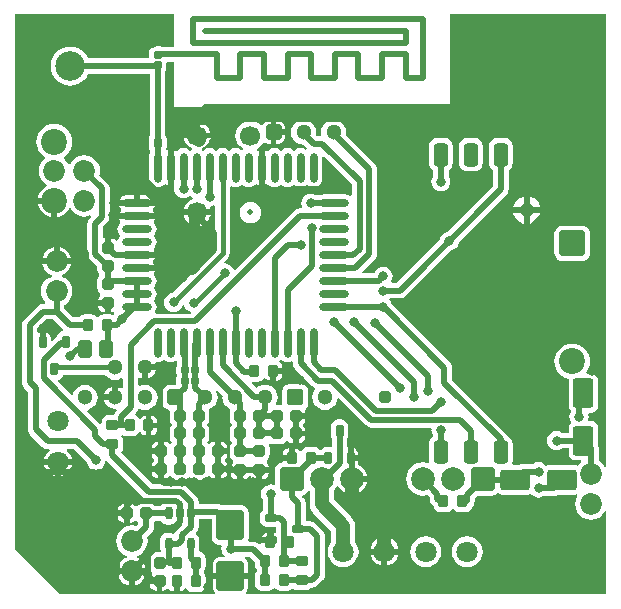
<source format=gtl>
%FSLAX44Y44*%
%MOMM*%
G71*
G01*
G75*
G04 Layer_Physical_Order=1*
G04 Layer_Color=191*
G04:AMPARAMS|DCode=10|XSize=1mm|YSize=0.9mm|CornerRadius=0.198mm|HoleSize=0mm|Usage=FLASHONLY|Rotation=90.000|XOffset=0mm|YOffset=0mm|HoleType=Round|Shape=RoundedRectangle|*
%AMROUNDEDRECTD10*
21,1,1.0000,0.5040,0,0,90.0*
21,1,0.6040,0.9000,0,0,90.0*
1,1,0.3960,0.2520,0.3020*
1,1,0.3960,0.2520,-0.3020*
1,1,0.3960,-0.2520,-0.3020*
1,1,0.3960,-0.2520,0.3020*
%
%ADD10ROUNDEDRECTD10*%
G04:AMPARAMS|DCode=11|XSize=2.5mm|YSize=2.3mm|CornerRadius=0.1955mm|HoleSize=0mm|Usage=FLASHONLY|Rotation=270.000|XOffset=0mm|YOffset=0mm|HoleType=Round|Shape=RoundedRectangle|*
%AMROUNDEDRECTD11*
21,1,2.5000,1.9090,0,0,270.0*
21,1,2.1090,2.3000,0,0,270.0*
1,1,0.3910,-0.9545,-1.0545*
1,1,0.3910,-0.9545,1.0545*
1,1,0.3910,0.9545,1.0545*
1,1,0.3910,0.9545,-1.0545*
%
%ADD11ROUNDEDRECTD11*%
G04:AMPARAMS|DCode=12|XSize=2.5mm|YSize=1.7mm|CornerRadius=0.204mm|HoleSize=0mm|Usage=FLASHONLY|Rotation=90.000|XOffset=0mm|YOffset=0mm|HoleType=Round|Shape=RoundedRectangle|*
%AMROUNDEDRECTD12*
21,1,2.5000,1.2920,0,0,90.0*
21,1,2.0920,1.7000,0,0,90.0*
1,1,0.4080,0.6460,1.0460*
1,1,0.4080,0.6460,-1.0460*
1,1,0.4080,-0.6460,-1.0460*
1,1,0.4080,-0.6460,1.0460*
%
%ADD12ROUNDEDRECTD12*%
G04:AMPARAMS|DCode=13|XSize=1.05mm|YSize=0.65mm|CornerRadius=0.2015mm|HoleSize=0mm|Usage=FLASHONLY|Rotation=90.000|XOffset=0mm|YOffset=0mm|HoleType=Round|Shape=RoundedRectangle|*
%AMROUNDEDRECTD13*
21,1,1.0500,0.2470,0,0,90.0*
21,1,0.6470,0.6500,0,0,90.0*
1,1,0.4030,0.1235,0.3235*
1,1,0.4030,0.1235,-0.3235*
1,1,0.4030,-0.1235,-0.3235*
1,1,0.4030,-0.1235,0.3235*
%
%ADD13ROUNDEDRECTD13*%
G04:AMPARAMS|DCode=14|XSize=0.67mm|YSize=0.67mm|CornerRadius=0.1508mm|HoleSize=0mm|Usage=FLASHONLY|Rotation=90.000|XOffset=0mm|YOffset=0mm|HoleType=Round|Shape=RoundedRectangle|*
%AMROUNDEDRECTD14*
21,1,0.6700,0.3685,0,0,90.0*
21,1,0.3685,0.6700,0,0,90.0*
1,1,0.3015,0.1843,0.1843*
1,1,0.3015,0.1843,-0.1843*
1,1,0.3015,-0.1843,-0.1843*
1,1,0.3015,-0.1843,0.1843*
%
%ADD14ROUNDEDRECTD14*%
G04:AMPARAMS|DCode=15|XSize=0.5mm|YSize=0.6mm|CornerRadius=0.1625mm|HoleSize=0mm|Usage=FLASHONLY|Rotation=270.000|XOffset=0mm|YOffset=0mm|HoleType=Round|Shape=RoundedRectangle|*
%AMROUNDEDRECTD15*
21,1,0.5000,0.2750,0,0,270.0*
21,1,0.1750,0.6000,0,0,270.0*
1,1,0.3250,-0.1375,-0.0875*
1,1,0.3250,-0.1375,0.0875*
1,1,0.3250,0.1375,0.0875*
1,1,0.3250,0.1375,-0.0875*
%
%ADD15ROUNDEDRECTD15*%
G04:AMPARAMS|DCode=16|XSize=1mm|YSize=0.9mm|CornerRadius=0.198mm|HoleSize=0mm|Usage=FLASHONLY|Rotation=180.000|XOffset=0mm|YOffset=0mm|HoleType=Round|Shape=RoundedRectangle|*
%AMROUNDEDRECTD16*
21,1,1.0000,0.5040,0,0,180.0*
21,1,0.6040,0.9000,0,0,180.0*
1,1,0.3960,-0.3020,0.2520*
1,1,0.3960,0.3020,0.2520*
1,1,0.3960,0.3020,-0.2520*
1,1,0.3960,-0.3020,-0.2520*
%
%ADD16ROUNDEDRECTD16*%
G04:AMPARAMS|DCode=17|XSize=2.5mm|YSize=1.7mm|CornerRadius=0.204mm|HoleSize=0mm|Usage=FLASHONLY|Rotation=0.000|XOffset=0mm|YOffset=0mm|HoleType=Round|Shape=RoundedRectangle|*
%AMROUNDEDRECTD17*
21,1,2.5000,1.2920,0,0,0.0*
21,1,2.0920,1.7000,0,0,0.0*
1,1,0.4080,1.0460,-0.6460*
1,1,0.4080,-1.0460,-0.6460*
1,1,0.4080,-1.0460,0.6460*
1,1,0.4080,1.0460,0.6460*
%
%ADD17ROUNDEDRECTD17*%
G04:AMPARAMS|DCode=18|XSize=1mm|YSize=0.95mm|CornerRadius=0.1995mm|HoleSize=0mm|Usage=FLASHONLY|Rotation=180.000|XOffset=0mm|YOffset=0mm|HoleType=Round|Shape=RoundedRectangle|*
%AMROUNDEDRECTD18*
21,1,1.0000,0.5510,0,0,180.0*
21,1,0.6010,0.9500,0,0,180.0*
1,1,0.3990,-0.3005,0.2755*
1,1,0.3990,0.3005,0.2755*
1,1,0.3990,0.3005,-0.2755*
1,1,0.3990,-0.3005,-0.2755*
%
%ADD18ROUNDEDRECTD18*%
G04:AMPARAMS|DCode=19|XSize=1mm|YSize=0.95mm|CornerRadius=0.1995mm|HoleSize=0mm|Usage=FLASHONLY|Rotation=90.000|XOffset=0mm|YOffset=0mm|HoleType=Round|Shape=RoundedRectangle|*
%AMROUNDEDRECTD19*
21,1,1.0000,0.5510,0,0,90.0*
21,1,0.6010,0.9500,0,0,90.0*
1,1,0.3990,0.2755,0.3005*
1,1,0.3990,0.2755,-0.3005*
1,1,0.3990,-0.2755,-0.3005*
1,1,0.3990,-0.2755,0.3005*
%
%ADD19ROUNDEDRECTD19*%
G04:AMPARAMS|DCode=20|XSize=1.1mm|YSize=0.6mm|CornerRadius=0.201mm|HoleSize=0mm|Usage=FLASHONLY|Rotation=270.000|XOffset=0mm|YOffset=0mm|HoleType=Round|Shape=RoundedRectangle|*
%AMROUNDEDRECTD20*
21,1,1.1000,0.1980,0,0,270.0*
21,1,0.6980,0.6000,0,0,270.0*
1,1,0.4020,-0.0990,-0.3490*
1,1,0.4020,-0.0990,0.3490*
1,1,0.4020,0.0990,0.3490*
1,1,0.4020,0.0990,-0.3490*
%
%ADD20ROUNDEDRECTD20*%
%ADD21O,2.5000X0.7000*%
%ADD22O,0.7000X2.5000*%
G04:AMPARAMS|DCode=23|XSize=1.2mm|YSize=2mm|CornerRadius=0.3mm|HoleSize=0mm|Usage=FLASHONLY|Rotation=180.000|XOffset=0mm|YOffset=0mm|HoleType=Round|Shape=RoundedRectangle|*
%AMROUNDEDRECTD23*
21,1,1.2000,1.4000,0,0,180.0*
21,1,0.6000,2.0000,0,0,180.0*
1,1,0.6000,-0.3000,0.7000*
1,1,0.6000,0.3000,0.7000*
1,1,0.6000,0.3000,-0.7000*
1,1,0.6000,-0.3000,-0.7000*
%
%ADD23ROUNDEDRECTD23*%
G04:AMPARAMS|DCode=24|XSize=0.7mm|YSize=1mm|CornerRadius=0.175mm|HoleSize=0mm|Usage=FLASHONLY|Rotation=180.000|XOffset=0mm|YOffset=0mm|HoleType=Round|Shape=RoundedRectangle|*
%AMROUNDEDRECTD24*
21,1,0.7000,0.6500,0,0,180.0*
21,1,0.3500,1.0000,0,0,180.0*
1,1,0.3500,-0.1750,0.3250*
1,1,0.3500,0.1750,0.3250*
1,1,0.3500,0.1750,-0.3250*
1,1,0.3500,-0.1750,-0.3250*
%
%ADD24ROUNDEDRECTD24*%
G04:AMPARAMS|DCode=25|XSize=0.8mm|YSize=2mm|CornerRadius=0.2mm|HoleSize=0mm|Usage=FLASHONLY|Rotation=180.000|XOffset=0mm|YOffset=0mm|HoleType=Round|Shape=RoundedRectangle|*
%AMROUNDEDRECTD25*
21,1,0.8000,1.6000,0,0,180.0*
21,1,0.4000,2.0000,0,0,180.0*
1,1,0.4000,-0.2000,0.8000*
1,1,0.4000,0.2000,0.8000*
1,1,0.4000,0.2000,-0.8000*
1,1,0.4000,-0.2000,-0.8000*
%
%ADD25ROUNDEDRECTD25*%
G04:AMPARAMS|DCode=26|XSize=0.7mm|YSize=1.5mm|CornerRadius=0.175mm|HoleSize=0mm|Usage=FLASHONLY|Rotation=180.000|XOffset=0mm|YOffset=0mm|HoleType=Round|Shape=RoundedRectangle|*
%AMROUNDEDRECTD26*
21,1,0.7000,1.1500,0,0,180.0*
21,1,0.3500,1.5000,0,0,180.0*
1,1,0.3500,-0.1750,0.5750*
1,1,0.3500,0.1750,0.5750*
1,1,0.3500,0.1750,-0.5750*
1,1,0.3500,-0.1750,-0.5750*
%
%ADD26ROUNDEDRECTD26*%
%ADD27O,2.5000X0.5000*%
%ADD28O,0.5000X2.5000*%
G04:AMPARAMS|DCode=29|XSize=1.05mm|YSize=0.65mm|CornerRadius=0.2015mm|HoleSize=0mm|Usage=FLASHONLY|Rotation=0.000|XOffset=0mm|YOffset=0mm|HoleType=Round|Shape=RoundedRectangle|*
%AMROUNDEDRECTD29*
21,1,1.0500,0.2470,0,0,0.0*
21,1,0.6470,0.6500,0,0,0.0*
1,1,0.4030,0.3235,-0.1235*
1,1,0.4030,-0.3235,-0.1235*
1,1,0.4030,-0.3235,0.1235*
1,1,0.4030,0.3235,0.1235*
%
%ADD29ROUNDEDRECTD29*%
G04:AMPARAMS|DCode=30|XSize=1.45mm|YSize=1.15mm|CornerRadius=0.2013mm|HoleSize=0mm|Usage=FLASHONLY|Rotation=270.000|XOffset=0mm|YOffset=0mm|HoleType=Round|Shape=RoundedRectangle|*
%AMROUNDEDRECTD30*
21,1,1.4500,0.7475,0,0,270.0*
21,1,1.0475,1.1500,0,0,270.0*
1,1,0.4025,-0.3738,-0.5238*
1,1,0.4025,-0.3738,0.5238*
1,1,0.4025,0.3738,0.5238*
1,1,0.4025,0.3738,-0.5238*
%
%ADD30ROUNDEDRECTD30*%
%ADD31C,0.5000*%
%ADD32C,0.4000*%
%ADD33C,1.2000*%
%ADD34C,1.8500*%
%ADD35C,1.8000*%
%ADD36C,1.3000*%
G04:AMPARAMS|DCode=37|XSize=1.3mm|YSize=1.3mm|CornerRadius=0.1625mm|HoleSize=0mm|Usage=FLASHONLY|Rotation=180.000|XOffset=0mm|YOffset=0mm|HoleType=Round|Shape=RoundedRectangle|*
%AMROUNDEDRECTD37*
21,1,1.3000,0.9750,0,0,180.0*
21,1,0.9750,1.3000,0,0,180.0*
1,1,0.3250,-0.4875,0.4875*
1,1,0.3250,0.4875,0.4875*
1,1,0.3250,0.4875,-0.4875*
1,1,0.3250,-0.4875,-0.4875*
%
%ADD37ROUNDEDRECTD37*%
G04:AMPARAMS|DCode=38|XSize=2mm|YSize=2mm|CornerRadius=0.25mm|HoleSize=0mm|Usage=FLASHONLY|Rotation=180.000|XOffset=0mm|YOffset=0mm|HoleType=Round|Shape=RoundedRectangle|*
%AMROUNDEDRECTD38*
21,1,2.0000,1.5000,0,0,180.0*
21,1,1.5000,2.0000,0,0,180.0*
1,1,0.5000,-0.7500,0.7500*
1,1,0.5000,0.7500,0.7500*
1,1,0.5000,0.7500,-0.7500*
1,1,0.5000,-0.7500,-0.7500*
%
%ADD38ROUNDEDRECTD38*%
%ADD39C,2.0000*%
%ADD40C,7.0000*%
G04:AMPARAMS|DCode=41|XSize=1mm|YSize=1mm|CornerRadius=0.25mm|HoleSize=0mm|Usage=FLASHONLY|Rotation=90.000|XOffset=0mm|YOffset=0mm|HoleType=Round|Shape=RoundedRectangle|*
%AMROUNDEDRECTD41*
21,1,1.0000,0.5000,0,0,90.0*
21,1,0.5000,1.0000,0,0,90.0*
1,1,0.5000,0.2500,0.2500*
1,1,0.5000,0.2500,-0.2500*
1,1,0.5000,-0.2500,-0.2500*
1,1,0.5000,-0.2500,0.2500*
%
%ADD41ROUNDEDRECTD41*%
G04:AMPARAMS|DCode=42|XSize=1.4mm|YSize=1.4mm|CornerRadius=0.175mm|HoleSize=0mm|Usage=FLASHONLY|Rotation=0.000|XOffset=0mm|YOffset=0mm|HoleType=Round|Shape=RoundedRectangle|*
%AMROUNDEDRECTD42*
21,1,1.4000,1.0500,0,0,0.0*
21,1,1.0500,1.4000,0,0,0.0*
1,1,0.3500,0.5250,-0.5250*
1,1,0.3500,-0.5250,-0.5250*
1,1,0.3500,-0.5250,0.5250*
1,1,0.3500,0.5250,0.5250*
%
%ADD42ROUNDEDRECTD42*%
G04:AMPARAMS|DCode=43|XSize=2.2mm|YSize=2.2mm|CornerRadius=0.275mm|HoleSize=0mm|Usage=FLASHONLY|Rotation=90.000|XOffset=0mm|YOffset=0mm|HoleType=Round|Shape=RoundedRectangle|*
%AMROUNDEDRECTD43*
21,1,2.2000,1.6500,0,0,90.0*
21,1,1.6500,2.2000,0,0,90.0*
1,1,0.5500,0.8250,0.8250*
1,1,0.5500,0.8250,-0.8250*
1,1,0.5500,-0.8250,-0.8250*
1,1,0.5500,-0.8250,0.8250*
%
%ADD43ROUNDEDRECTD43*%
%ADD44C,2.2000*%
%ADD45C,2.5000*%
%ADD46C,1.7000*%
%ADD47C,0.5000*%
%ADD48C,0.8000*%
G36*
X30311Y137411D02*
X32505Y135728D01*
X35059Y134670D01*
X37800Y134309D01*
X40541Y134670D01*
X43095Y135728D01*
X43505Y136043D01*
X44644Y135481D01*
Y127812D01*
X43505Y127250D01*
X42791Y127798D01*
X40500Y128747D01*
Y119500D01*
X38000D01*
Y117000D01*
X28753D01*
X29702Y114709D01*
X31225Y112725D01*
X33209Y111202D01*
X35520Y110245D01*
X38000Y109918D01*
X38979Y110047D01*
X39572Y108844D01*
X38614Y107886D01*
X37572Y106528D01*
X37189Y105602D01*
X36917Y104947D01*
X36907Y104867D01*
X32730D01*
X30397Y104403D01*
X28419Y103081D01*
X27097Y101103D01*
X26633Y98770D01*
Y97595D01*
X25363Y97209D01*
X14554Y108018D01*
X14962Y109220D01*
X15341Y109270D01*
X17895Y110328D01*
X20089Y112011D01*
X21772Y114205D01*
X22830Y116759D01*
X23191Y119500D01*
X22830Y122241D01*
X21772Y124795D01*
X20089Y126989D01*
X17895Y128672D01*
X15341Y129730D01*
X12600Y130091D01*
X9859Y129730D01*
X7305Y128672D01*
X5111Y126989D01*
X3428Y124795D01*
X2370Y122241D01*
X2320Y121862D01*
X1118Y121454D01*
X-10708Y133280D01*
X-10340Y134495D01*
X-9818Y134599D01*
X-7828Y135928D01*
X-6499Y137918D01*
X-6327Y138783D01*
X29259D01*
X30311Y137411D01*
D02*
G37*
G36*
X-5718Y177047D02*
X-6136Y175669D01*
X-7482Y175401D01*
X-9472Y174072D01*
X-10801Y172082D01*
X-10924Y171466D01*
X-12136Y170536D01*
X-15378Y167293D01*
X-16552Y167779D01*
Y169735D01*
X-16941Y171692D01*
X-18049Y173351D01*
X-19708Y174459D01*
X-20400Y174597D01*
Y166500D01*
X-25400D01*
Y174597D01*
X-26092Y174459D01*
X-26624Y174104D01*
X-27744Y174702D01*
Y177934D01*
X-20134Y185544D01*
X-14216D01*
X-5718Y177047D01*
D02*
G37*
G36*
X453941Y60796D02*
X452671Y60543D01*
X452324Y61382D01*
X450200Y64150D01*
X447432Y66274D01*
X447306Y66326D01*
Y76750D01*
X447118Y78176D01*
Y93460D01*
X446650Y95817D01*
X445315Y97815D01*
X443317Y99150D01*
X440960Y99618D01*
X439150D01*
X438445Y100674D01*
X438544Y100914D01*
X438819Y103003D01*
X438544Y105091D01*
X438447Y105326D01*
X439152Y106382D01*
X440960D01*
X443317Y106851D01*
X445315Y108185D01*
X446650Y110183D01*
X447118Y112540D01*
Y133460D01*
X446650Y135817D01*
X445315Y137815D01*
X443317Y139150D01*
X440960Y139618D01*
X437370D01*
X436827Y140766D01*
X437532Y141626D01*
X438925Y144232D01*
X439783Y147059D01*
X440073Y150000D01*
X439783Y152941D01*
X438925Y155768D01*
X437532Y158374D01*
X435658Y160658D01*
X433374Y162532D01*
X430768Y163925D01*
X427940Y164783D01*
X425000Y165073D01*
X422059Y164783D01*
X419232Y163925D01*
X416626Y162532D01*
X414342Y160658D01*
X412468Y158374D01*
X411075Y155768D01*
X410217Y152941D01*
X409927Y150000D01*
X410217Y147059D01*
X411075Y144232D01*
X412468Y141626D01*
X414342Y139342D01*
X416626Y137468D01*
X419232Y136075D01*
X422059Y135217D01*
X422195Y135034D01*
X421882Y133460D01*
Y112540D01*
X422351Y110183D01*
X423685Y108185D01*
X423762Y107037D01*
X422956Y105091D01*
X422681Y103003D01*
X422956Y100914D01*
X423762Y98968D01*
X423856Y98846D01*
X423685Y97815D01*
X422351Y95817D01*
X421882Y93460D01*
Y89556D01*
X416347D01*
X415784Y89988D01*
X413838Y90794D01*
X411750Y91069D01*
X409662Y90794D01*
X407715Y89988D01*
X406044Y88706D01*
X404762Y87035D01*
X403956Y85088D01*
X403681Y83000D01*
X403956Y80912D01*
X404762Y78966D01*
X406044Y77294D01*
X407715Y76012D01*
X409662Y75206D01*
X411750Y74931D01*
X413838Y75206D01*
X415784Y76012D01*
X416347Y76444D01*
X421882D01*
Y72540D01*
X422351Y70183D01*
X423685Y68185D01*
X425683Y66850D01*
X428040Y66382D01*
X432122D01*
X432553Y65112D01*
X431300Y64150D01*
X429486Y61786D01*
X429317Y61899D01*
X426960Y62368D01*
X406040D01*
X403683Y61899D01*
X402989Y61435D01*
X402206Y62456D01*
X400535Y63738D01*
X398588Y64544D01*
X396500Y64819D01*
X394412Y64544D01*
X392466Y63738D01*
X391903Y63306D01*
X383500D01*
X381803Y63083D01*
X381340Y62891D01*
X380222Y62428D01*
X380145Y62368D01*
X375047D01*
X374198Y63638D01*
X374420Y64173D01*
X374660Y66000D01*
Y80000D01*
X374420Y81827D01*
X373714Y83530D01*
X372592Y84993D01*
X371130Y86115D01*
X370650Y86313D01*
X370278Y87213D01*
X369236Y88570D01*
X323356Y134450D01*
Y144510D01*
X323133Y146207D01*
X322861Y146861D01*
X322478Y147788D01*
X321436Y149146D01*
X272840Y197742D01*
X272794Y198088D01*
X271988Y200035D01*
X270706Y201706D01*
X270095Y202174D01*
X270527Y203444D01*
X279000D01*
X280697Y203667D01*
X281487Y203995D01*
X282278Y204322D01*
X283636Y205364D01*
X322385Y244113D01*
X323088Y244206D01*
X325034Y245012D01*
X326706Y246294D01*
X327988Y247966D01*
X328794Y249912D01*
X328887Y250615D01*
X369236Y290964D01*
X369757Y291643D01*
X370278Y292322D01*
X370933Y293903D01*
X371156Y295600D01*
Y311905D01*
X372592Y313008D01*
X373714Y314470D01*
X374420Y316173D01*
X374660Y318000D01*
Y332000D01*
X374420Y333827D01*
X373714Y335530D01*
X372592Y336992D01*
X371130Y338115D01*
X369427Y338820D01*
X367600Y339060D01*
X361600D01*
X359773Y338820D01*
X358070Y338115D01*
X356608Y336992D01*
X355485Y335530D01*
X354780Y333827D01*
X354540Y332000D01*
Y318000D01*
X354780Y316173D01*
X355485Y314470D01*
X356608Y313008D01*
X358044Y311905D01*
Y298316D01*
X319615Y259887D01*
X318912Y259794D01*
X316966Y258988D01*
X315294Y257706D01*
X314012Y256035D01*
X313206Y254088D01*
X313113Y253385D01*
X276284Y216556D01*
X272342D01*
X271780Y217695D01*
X271988Y217966D01*
X272794Y219912D01*
X273069Y222000D01*
X272794Y224088D01*
X271988Y226035D01*
X270706Y227706D01*
X269035Y228988D01*
X267088Y229794D01*
X265000Y230069D01*
X262912Y229794D01*
X260965Y228988D01*
X259294Y227706D01*
X258012Y226035D01*
X257400Y224556D01*
X247860D01*
X247374Y225729D01*
X257636Y235991D01*
X258678Y237349D01*
X259061Y238275D01*
X259333Y238930D01*
X259556Y240627D01*
Y312650D01*
X259333Y314347D01*
X259141Y314810D01*
X258678Y315928D01*
X257636Y317286D01*
X233192Y341730D01*
X233491Y344000D01*
X233130Y346741D01*
X232072Y349295D01*
X230389Y351489D01*
X228195Y353172D01*
X225641Y354230D01*
X222900Y354591D01*
X220159Y354230D01*
X217605Y353172D01*
X215411Y351489D01*
X213728Y349295D01*
X212670Y346741D01*
X212309Y344000D01*
X212596Y341826D01*
X211721Y340556D01*
X208966D01*
X207792Y341730D01*
X208091Y344000D01*
X207730Y346741D01*
X206672Y349295D01*
X204989Y351489D01*
X202795Y353172D01*
X200241Y354230D01*
X197500Y354591D01*
X194759Y354230D01*
X192205Y353172D01*
X190011Y351489D01*
X188328Y349295D01*
X187270Y346741D01*
X186909Y344000D01*
X187270Y341259D01*
X188328Y338705D01*
X190011Y336511D01*
X192205Y334828D01*
X194759Y333770D01*
X197500Y333409D01*
X197561Y333417D01*
X200190Y330789D01*
X199966Y329216D01*
X199531Y328976D01*
X198782Y329551D01*
X196958Y330307D01*
X195000Y330565D01*
X193042Y330307D01*
X191218Y329551D01*
X190469Y328976D01*
X189500Y328434D01*
X188531Y328976D01*
X187782Y329551D01*
X185958Y330307D01*
X184000Y330565D01*
X182042Y330307D01*
X180218Y329551D01*
X179468Y328976D01*
X178500Y328434D01*
X177532Y328976D01*
X176782Y329551D01*
X174958Y330307D01*
X173000Y330565D01*
X171042Y330307D01*
X169218Y329551D01*
X167651Y328349D01*
X167610Y328296D01*
X165923Y328183D01*
X165278Y328678D01*
X164500Y329000D01*
Y314000D01*
Y299000D01*
X165278Y299322D01*
X165923Y299817D01*
X167610Y299704D01*
X167651Y299651D01*
X169218Y298449D01*
X171042Y297693D01*
X173000Y297435D01*
X174958Y297693D01*
X176782Y298449D01*
X177532Y299024D01*
X178500Y299566D01*
X179468Y299024D01*
X180218Y298449D01*
X182042Y297693D01*
X184000Y297435D01*
X185958Y297693D01*
X187782Y298449D01*
X188531Y299024D01*
X189500Y299566D01*
X190469Y299024D01*
X191218Y298449D01*
X193042Y297693D01*
X195000Y297435D01*
X196958Y297693D01*
X198782Y298449D01*
X199531Y299024D01*
X200500Y299566D01*
X201469Y299024D01*
X202218Y298449D01*
X204042Y297693D01*
X206000Y297435D01*
X207958Y297693D01*
X209782Y298449D01*
X211349Y299651D01*
X212551Y301218D01*
X213307Y303042D01*
X213565Y305000D01*
Y322939D01*
X213692Y323055D01*
X214777Y323523D01*
X238444Y299856D01*
Y290493D01*
X237174Y289867D01*
X236282Y290551D01*
X234458Y291307D01*
X232500Y291565D01*
X214500D01*
X212542Y291307D01*
X210729Y290556D01*
X208314D01*
X207752Y290988D01*
X205805Y291794D01*
X203717Y292069D01*
X201629Y291794D01*
X199683Y290988D01*
X198011Y289706D01*
X196729Y288034D01*
X195923Y286088D01*
X195648Y284000D01*
X195923Y281912D01*
X196373Y280826D01*
X195524Y279556D01*
X194700D01*
X193003Y279333D01*
X192540Y279141D01*
X191422Y278678D01*
X190064Y277636D01*
X139767Y227339D01*
X138338Y227706D01*
X137788Y229035D01*
X136506Y230706D01*
X134834Y231988D01*
X132888Y232794D01*
X130993Y233044D01*
X130304Y234151D01*
X133326Y237173D01*
X134652Y239157D01*
X135118Y241498D01*
Y297890D01*
X136388Y298378D01*
X138042Y297693D01*
X140000Y297435D01*
X141958Y297693D01*
X143782Y298449D01*
X144531Y299024D01*
X145500Y299566D01*
X146468Y299024D01*
X147218Y298449D01*
X149042Y297693D01*
X151000Y297435D01*
X152958Y297693D01*
X154782Y298449D01*
X156349Y299651D01*
X156390Y299704D01*
X158077Y299817D01*
X158722Y299322D01*
X159500Y299000D01*
Y314000D01*
Y329000D01*
X158722Y328678D01*
X158596Y328581D01*
X157571Y328823D01*
X158059Y330023D01*
X158804Y330331D01*
X161415Y332335D01*
X163419Y334946D01*
X164872Y335135D01*
X165420Y334768D01*
X167225Y334409D01*
X169600D01*
Y344000D01*
Y353591D01*
X167225D01*
X165420Y353232D01*
X163891Y352209D01*
X162868Y350680D01*
X162817Y350424D01*
X161460Y350107D01*
X161415Y350165D01*
X158804Y352169D01*
X155763Y353428D01*
X152500Y353858D01*
X149237Y353428D01*
X146196Y352169D01*
X143585Y350165D01*
X141581Y347554D01*
X140322Y344513D01*
X139892Y341250D01*
X140322Y337987D01*
X141581Y334946D01*
X143585Y332335D01*
X146045Y330447D01*
X146065Y329152D01*
X145179Y328614D01*
X144531Y328976D01*
X143782Y329551D01*
X141958Y330307D01*
X140000Y330565D01*
X138042Y330307D01*
X136218Y329551D01*
X135469Y328976D01*
X134500Y328434D01*
X133532Y328976D01*
X132782Y329551D01*
X130958Y330307D01*
X129000Y330565D01*
X127042Y330307D01*
X125218Y329551D01*
X124468Y328976D01*
X123500Y328434D01*
X122531Y328976D01*
X121782Y329551D01*
X119958Y330307D01*
X118000Y330565D01*
X116042Y330307D01*
X114218Y329551D01*
X112651Y328349D01*
X111531Y328976D01*
X111429Y329055D01*
X111620Y330509D01*
X113300Y331205D01*
X115702Y333048D01*
X117545Y335450D01*
X118704Y338248D01*
X118770Y338750D01*
X96230D01*
X96296Y338248D01*
X97455Y335450D01*
X99298Y333048D01*
X101700Y331205D01*
X102940Y330691D01*
X102922Y329324D01*
X102469Y328976D01*
X101349Y328349D01*
X99782Y329551D01*
X97958Y330307D01*
X96000Y330565D01*
X94042Y330307D01*
X92218Y329551D01*
X90651Y328349D01*
X90610Y328296D01*
X88923Y328183D01*
X88278Y328678D01*
X87500Y329000D01*
Y314000D01*
Y298480D01*
X88139Y297890D01*
X87928Y296294D01*
X88203Y294206D01*
X89009Y292260D01*
X90292Y290589D01*
X91963Y289306D01*
X93909Y288500D01*
X95997Y288225D01*
X98086Y288500D01*
X100032Y289306D01*
X101307Y290285D01*
X102965Y289012D01*
X103953Y288603D01*
Y287228D01*
X101700Y286295D01*
X99298Y284452D01*
X97455Y282050D01*
X96296Y279252D01*
X96230Y278750D01*
X118770D01*
X118704Y279252D01*
X118315Y280191D01*
X119115Y281578D01*
X120088Y281706D01*
X121612Y282337D01*
X122882Y281701D01*
Y244032D01*
X86829Y207979D01*
X85412Y207792D01*
X83465Y206986D01*
X81794Y205704D01*
X80512Y204033D01*
X79706Y202087D01*
X79431Y199998D01*
X79706Y197910D01*
X80512Y195964D01*
X81794Y194293D01*
X83465Y193010D01*
X85412Y192204D01*
X87500Y191929D01*
X89588Y192204D01*
X91535Y193010D01*
X93206Y194293D01*
X94488Y195964D01*
X95294Y197910D01*
X95327Y198158D01*
X96608D01*
X96706Y197412D01*
X97512Y195466D01*
X98794Y193794D01*
X100465Y192512D01*
X102107Y191832D01*
X101854Y190562D01*
X72382D01*
X71755Y191832D01*
X72051Y192218D01*
X72807Y194042D01*
X73065Y196000D01*
X72807Y197958D01*
X72051Y199782D01*
X70849Y201349D01*
Y201651D01*
X72051Y203218D01*
X72807Y205042D01*
X73065Y207000D01*
X72807Y208958D01*
X72051Y210782D01*
X70849Y212349D01*
Y212651D01*
X72051Y214218D01*
X72807Y216042D01*
X73065Y218000D01*
X72807Y219958D01*
X72051Y221782D01*
X70849Y223349D01*
X70795Y223390D01*
X70683Y225077D01*
X71178Y225722D01*
X71500Y226500D01*
X56500D01*
Y231500D01*
X71500D01*
X71178Y232278D01*
X70136Y233636D01*
X69837Y233865D01*
Y235135D01*
X70136Y235364D01*
X71178Y236722D01*
X71500Y237500D01*
X56500D01*
Y242500D01*
X71500D01*
X71178Y243278D01*
X70683Y243923D01*
X70795Y245610D01*
X70849Y245651D01*
X72051Y247218D01*
X72807Y249042D01*
X73065Y251000D01*
X72807Y252958D01*
X72051Y254782D01*
X71476Y255532D01*
X70934Y256500D01*
X71476Y257468D01*
X72051Y258218D01*
X72807Y260042D01*
X73065Y262000D01*
X72807Y263958D01*
X72051Y265782D01*
X70849Y267349D01*
X70795Y267390D01*
X70683Y269077D01*
X71178Y269722D01*
X71500Y270500D01*
X41500D01*
X41822Y269722D01*
X42317Y269077D01*
X42204Y267390D01*
X42151Y267349D01*
X40949Y265782D01*
X40193Y263958D01*
X39935Y262000D01*
X40193Y260042D01*
X40949Y258218D01*
X41523Y257468D01*
X42066Y256500D01*
X41523Y255532D01*
X40949Y254782D01*
X40193Y252958D01*
X40128Y252465D01*
X38807Y252157D01*
X38406Y252756D01*
X36754Y253860D01*
X34805Y254248D01*
X34300D01*
Y246400D01*
X29300D01*
Y254248D01*
X28795D01*
X28538Y254197D01*
X27556Y255002D01*
Y263984D01*
X31504Y267932D01*
X32546Y269290D01*
X32929Y270216D01*
X33201Y270871D01*
X33424Y272568D01*
Y296432D01*
X33201Y298129D01*
X32787Y299126D01*
X32546Y299710D01*
X31504Y301068D01*
X24757Y307815D01*
X24809Y307941D01*
X25264Y311400D01*
X24809Y314859D01*
X23474Y318082D01*
X21350Y320850D01*
X18582Y322974D01*
X15359Y324309D01*
X11900Y324764D01*
X8441Y324309D01*
X5218Y322974D01*
X2450Y320850D01*
X326Y318082D01*
X-165Y316896D01*
X-1435D01*
X-1926Y318082D01*
X-4050Y320850D01*
X-5573Y322019D01*
X-5469Y323284D01*
X-5126Y323468D01*
X-2842Y325342D01*
X-968Y327626D01*
X425Y330232D01*
X1283Y333060D01*
X1573Y336000D01*
X1283Y338941D01*
X425Y341768D01*
X-968Y344374D01*
X-2842Y346658D01*
X-5126Y348532D01*
X-7732Y349925D01*
X-10560Y350783D01*
X-13500Y351073D01*
X-16441Y350783D01*
X-19268Y349925D01*
X-21874Y348532D01*
X-24158Y346658D01*
X-26032Y344374D01*
X-27425Y341768D01*
X-28283Y338941D01*
X-28572Y336000D01*
X-28283Y333060D01*
X-27425Y330232D01*
X-26032Y327626D01*
X-24158Y325342D01*
X-21874Y323468D01*
X-21531Y323284D01*
X-21427Y322019D01*
X-22950Y320850D01*
X-25074Y318082D01*
X-26409Y314859D01*
X-26864Y311400D01*
X-26409Y307941D01*
X-25074Y304718D01*
X-22950Y301950D01*
X-20182Y299826D01*
X-19976Y299741D01*
Y298471D01*
X-20560Y298229D01*
X-23485Y295985D01*
X-25729Y293060D01*
X-27140Y289655D01*
X-27292Y288500D01*
X-13500D01*
Y286000D01*
X-11000D01*
Y272208D01*
X-9845Y272360D01*
X-6440Y273771D01*
X-3515Y276015D01*
X-1271Y278940D01*
X-1029Y279524D01*
X241D01*
X326Y279318D01*
X2450Y276550D01*
X5218Y274426D01*
X8441Y273091D01*
X11900Y272636D01*
X15359Y273091D01*
X17005Y273773D01*
X17725Y272696D01*
X16364Y271336D01*
X15322Y269978D01*
X14939Y269052D01*
X14667Y268397D01*
X14444Y266700D01*
Y241200D01*
X14667Y239503D01*
X14939Y238848D01*
X15322Y237922D01*
X16364Y236564D01*
X22683Y230246D01*
Y227645D01*
X23148Y225306D01*
X24158Y223794D01*
X24372Y222900D01*
X24158Y222006D01*
X23148Y220494D01*
X22683Y218155D01*
Y212645D01*
X23148Y210306D01*
X24473Y208323D01*
X25611Y207562D01*
X25611Y206035D01*
X25194Y205756D01*
X24090Y204104D01*
X23702Y202155D01*
Y201900D01*
X31800D01*
Y199400D01*
X34300D01*
Y191552D01*
X34805D01*
X36659Y191921D01*
X36895Y191732D01*
X37468Y190890D01*
X36812Y190035D01*
X36755Y189896D01*
X35953Y189653D01*
X33620Y190117D01*
X28580D01*
X26247Y189653D01*
X24269Y188331D01*
X23735Y187533D01*
X22465D01*
X21931Y188331D01*
X19953Y189653D01*
X17620Y190117D01*
X12580D01*
X10247Y189653D01*
X8269Y188331D01*
X7550Y187256D01*
X2616D01*
X-4944Y194816D01*
Y197674D01*
X-4818Y197726D01*
X-2050Y199850D01*
X74Y202618D01*
X1409Y205841D01*
X1864Y209300D01*
X1409Y212759D01*
X74Y215982D01*
X-2050Y218750D01*
X-4818Y220874D01*
X-7184Y221854D01*
Y223228D01*
X-5322Y224000D01*
X-2763Y225963D01*
X-800Y228522D01*
X435Y231502D01*
X527Y232200D01*
X-23527D01*
X-23435Y231502D01*
X-22200Y228522D01*
X-20237Y225963D01*
X-17678Y224000D01*
X-15816Y223228D01*
Y221854D01*
X-18182Y220874D01*
X-20950Y218750D01*
X-23074Y215982D01*
X-24409Y212759D01*
X-24864Y209300D01*
X-24409Y205841D01*
X-23074Y202618D01*
X-21008Y199926D01*
X-21096Y199419D01*
X-21355Y198656D01*
X-22850D01*
X-24547Y198433D01*
X-25010Y198241D01*
X-26128Y197778D01*
X-27486Y196736D01*
X-38936Y185286D01*
X-39978Y183928D01*
X-40441Y182810D01*
X-40633Y182347D01*
X-40856Y180650D01*
Y132400D01*
X-40633Y130703D01*
X-40361Y130048D01*
X-39978Y129122D01*
X-38936Y127764D01*
X-35656Y124484D01*
Y92400D01*
X-35433Y90703D01*
X-35105Y89913D01*
X-34778Y89122D01*
X-33736Y87764D01*
X-23636Y77664D01*
X-22278Y76622D01*
X-21352Y76239D01*
X-20697Y75967D01*
X-19000Y75744D01*
X-17736D01*
X-17305Y74474D01*
X-18758Y73358D01*
X-20682Y70852D01*
X-21891Y67933D01*
X-21974Y67300D01*
X1574D01*
X1491Y67933D01*
X282Y70852D01*
X-1641Y73358D01*
X-3095Y74474D01*
X-2664Y75744D01*
X3076D01*
X13905Y64915D01*
X13997Y64212D01*
X14803Y62266D01*
X16086Y60594D01*
X17757Y59312D01*
X19703Y58506D01*
X21791Y58231D01*
X23880Y58506D01*
X25826Y59312D01*
X27497Y60594D01*
X28779Y62266D01*
X29585Y64212D01*
X29763Y65558D01*
X31091Y65914D01*
X31114Y65883D01*
X62383Y34614D01*
X63741Y33572D01*
X64325Y33331D01*
X65322Y32917D01*
X67019Y32694D01*
X88521D01*
X88899Y32744D01*
X91084D01*
X92560Y31268D01*
X92034Y29998D01*
X91710D01*
X89755Y29609D01*
X89027Y29123D01*
X88523Y29223D01*
X86535Y30551D01*
X84190Y31018D01*
X82210D01*
X79865Y30551D01*
X77877Y29223D01*
X77031Y27956D01*
X71792D01*
X71277Y28727D01*
X69294Y30052D01*
X66955Y30517D01*
X61445D01*
X59106Y30052D01*
X57123Y28727D01*
X56362Y27589D01*
X54835Y27589D01*
X54556Y28006D01*
X52904Y29110D01*
X50955Y29498D01*
X50700D01*
Y21400D01*
Y13302D01*
X50955D01*
X52904Y13690D01*
X54556Y14794D01*
X54835Y15211D01*
X56362Y15211D01*
X57123Y14073D01*
X57403Y13886D01*
X57488Y12559D01*
X55685Y10757D01*
X55559Y10809D01*
X52100Y11264D01*
X48641Y10809D01*
X45418Y9474D01*
X42650Y7350D01*
X40526Y4582D01*
X39191Y1359D01*
X38736Y-2100D01*
X39191Y-5559D01*
X40526Y-8782D01*
X42650Y-11550D01*
X45418Y-13674D01*
X47784Y-14654D01*
Y-16028D01*
X45922Y-16800D01*
X43363Y-18763D01*
X41400Y-21322D01*
X40165Y-24302D01*
X40073Y-25000D01*
X64127D01*
X64035Y-24302D01*
X62800Y-21322D01*
X60837Y-18763D01*
X58278Y-16800D01*
X56416Y-16028D01*
Y-14654D01*
X58782Y-13674D01*
X61550Y-11550D01*
X63674Y-8782D01*
X65009Y-5559D01*
X65464Y-2100D01*
X65009Y1359D01*
X64957Y1485D01*
X68836Y5364D01*
X69878Y6722D01*
X70205Y7513D01*
X70533Y8303D01*
X70756Y10000D01*
Y13725D01*
X71277Y14073D01*
X71792Y14844D01*
X77031D01*
X77877Y13577D01*
X79865Y12249D01*
X82210Y11782D01*
X84190D01*
X86535Y12249D01*
X88523Y13577D01*
X89027Y13677D01*
X89755Y13191D01*
X91710Y12802D01*
X93690D01*
X93745Y12813D01*
X94371Y11642D01*
X90064Y7336D01*
X89022Y5978D01*
X88695Y5187D01*
X88516Y4755D01*
X87194Y4111D01*
X86535Y4551D01*
X84190Y5018D01*
X82210D01*
X79865Y4551D01*
X77877Y3223D01*
X76549Y1235D01*
X76082Y-1110D01*
Y-8090D01*
X76494Y-10163D01*
X75804Y-11432D01*
X72595D01*
X70256Y-11898D01*
X68273Y-13223D01*
X66948Y-15206D01*
X66483Y-17545D01*
Y-23055D01*
X66948Y-25394D01*
X68273Y-27377D01*
X69411Y-28138D01*
X69411Y-29665D01*
X68994Y-29944D01*
X67890Y-31596D01*
X67502Y-33545D01*
Y-33800D01*
X75600D01*
Y-36300D01*
X78100D01*
Y-44148D01*
X78605D01*
X80554Y-43760D01*
X82206Y-42656D01*
X82378Y-42399D01*
X83648D01*
X83990Y-42910D01*
X85637Y-44011D01*
X87580Y-44398D01*
X87600D01*
Y-36300D01*
X92600D01*
Y-44398D01*
X92620D01*
X94563Y-44011D01*
X96210Y-42910D01*
X96793Y-42038D01*
X96892Y-42005D01*
X98262Y-42125D01*
X99269Y-43631D01*
X101247Y-44953D01*
X103580Y-45417D01*
X108620D01*
X110953Y-44953D01*
X112931Y-43631D01*
X114253Y-41653D01*
X114717Y-39320D01*
Y-33280D01*
X114253Y-30947D01*
X112931Y-28969D01*
X112918Y-28960D01*
Y-27641D01*
X112931Y-27631D01*
X114253Y-25653D01*
X114717Y-23320D01*
Y-17280D01*
X114253Y-14947D01*
X112931Y-12969D01*
X110953Y-11647D01*
X109654Y-11389D01*
X109600Y-11324D01*
X108942Y-9977D01*
X109318Y-8090D01*
Y-1110D01*
X108851Y1235D01*
X107523Y3223D01*
X106540Y3880D01*
X106415Y5144D01*
X106836Y5564D01*
X107878Y6922D01*
X108120Y7506D01*
X108533Y8503D01*
X108756Y10200D01*
Y15423D01*
X108851Y15565D01*
X109006Y16344D01*
X119983D01*
Y855D01*
X120445Y-1469D01*
X121762Y-3438D01*
X123731Y-4755D01*
X126055Y-5217D01*
X127416D01*
X127901Y-5942D01*
X128083Y-6487D01*
X127831Y-8400D01*
X128106Y-10488D01*
X128912Y-12435D01*
X130194Y-14106D01*
X131012Y-14733D01*
X130581Y-16003D01*
X126055D01*
X124122Y-16387D01*
X122483Y-17483D01*
X121388Y-19122D01*
X121003Y-21055D01*
Y-29100D01*
X150197D01*
Y-21055D01*
X149812Y-19122D01*
X148717Y-17483D01*
X147884Y-16926D01*
X148270Y-15656D01*
X152384D01*
X156383Y-19655D01*
Y-22020D01*
X156847Y-24353D01*
X158169Y-26331D01*
X158182Y-26340D01*
Y-27659D01*
X158169Y-27669D01*
X156847Y-29647D01*
X156383Y-31980D01*
Y-38020D01*
X156847Y-40353D01*
X158169Y-42331D01*
X160147Y-43653D01*
X162480Y-44117D01*
X167520D01*
X169853Y-43653D01*
X171831Y-42331D01*
X172365Y-41533D01*
X173635D01*
X174169Y-42331D01*
X176147Y-43653D01*
X178480Y-44117D01*
X183520D01*
X185853Y-43653D01*
X187585Y-42496D01*
X188669Y-41831D01*
X190647Y-43153D01*
X192980Y-43617D01*
X199020D01*
X201353Y-43153D01*
X203331Y-41831D01*
X203515Y-41556D01*
X204700D01*
X206397Y-41333D01*
X207188Y-41005D01*
X207978Y-40678D01*
X209336Y-39636D01*
X213636Y-35336D01*
X214678Y-33978D01*
X215061Y-33052D01*
X215333Y-32397D01*
X215556Y-30700D01*
Y2000D01*
X215333Y3697D01*
X215005Y4487D01*
X214678Y5278D01*
X213636Y6636D01*
X207636Y12636D01*
X206278Y13678D01*
X205487Y14005D01*
X204697Y14333D01*
X203000Y14556D01*
X199256D01*
Y30000D01*
X199033Y31697D01*
X198378Y33278D01*
X197336Y34636D01*
X196478Y35494D01*
X196982Y36786D01*
X198278Y37322D01*
X199636Y38364D01*
X200678Y39722D01*
X200881Y40211D01*
X202323Y40547D01*
X202914Y40027D01*
Y29000D01*
X203257Y26390D01*
X204265Y23957D01*
X205868Y21868D01*
X220914Y6822D01*
Y-2790D01*
X219645Y-4444D01*
X218335Y-7606D01*
X217888Y-11000D01*
X218335Y-14394D01*
X219645Y-17556D01*
X221728Y-20272D01*
X224444Y-22355D01*
X227606Y-23665D01*
X231000Y-24112D01*
X234394Y-23665D01*
X237556Y-22355D01*
X240272Y-20272D01*
X242355Y-17556D01*
X243665Y-14394D01*
X244112Y-11000D01*
X243665Y-7606D01*
X242355Y-4444D01*
X241086Y-2790D01*
Y11000D01*
X240743Y13611D01*
X239735Y16043D01*
X238132Y18132D01*
X223086Y33178D01*
Y40647D01*
X225229Y43440D01*
X225656Y44471D01*
X226926D01*
X227145Y43944D01*
X229228Y41228D01*
X231944Y39144D01*
X235106Y37835D01*
X236000Y37717D01*
Y50500D01*
X238500D01*
Y53000D01*
X251283D01*
X251165Y53894D01*
X249855Y57056D01*
X247772Y59772D01*
X245056Y61856D01*
X243734Y62403D01*
X243459Y63308D01*
X243848Y65265D01*
Y66000D01*
X237500D01*
Y68500D01*
X235000D01*
Y77145D01*
X234556Y77509D01*
Y85402D01*
X234901Y85918D01*
X235368Y88265D01*
Y94735D01*
X234901Y97082D01*
X233572Y99072D01*
X231582Y100401D01*
X229235Y100868D01*
X226765D01*
X224418Y100401D01*
X222428Y99072D01*
X221099Y97082D01*
X220632Y94735D01*
Y88265D01*
X221099Y85918D01*
X221444Y85402D01*
Y78529D01*
X220462Y77723D01*
X219735Y77868D01*
X217265D01*
X214918Y77401D01*
X212928Y76072D01*
X212250Y75056D01*
X210849D01*
X210331Y75831D01*
X208353Y77153D01*
X206020Y77617D01*
X200980D01*
X198647Y77153D01*
X196669Y75831D01*
X195662Y74325D01*
X194292Y74205D01*
X194193Y74238D01*
X193610Y75110D01*
X191963Y76211D01*
X190020Y76597D01*
X190000D01*
Y68500D01*
X187500D01*
Y66000D01*
X179902D01*
Y65480D01*
X178822Y64401D01*
X178303Y64333D01*
X176722Y63678D01*
X175364Y62636D01*
X174322Y61278D01*
X173667Y59697D01*
X173444Y58000D01*
Y46001D01*
X172388Y45296D01*
X171788Y45544D01*
X169700Y45819D01*
X167612Y45544D01*
X165665Y44738D01*
X163994Y43456D01*
X162712Y41785D01*
X161906Y39838D01*
X161631Y37750D01*
X161906Y35662D01*
X162712Y33716D01*
X163144Y33153D01*
Y23750D01*
X162128Y23072D01*
X160799Y21082D01*
X160332Y18735D01*
Y16265D01*
X160799Y13918D01*
X162128Y11928D01*
X164118Y10599D01*
X166465Y10132D01*
X172935D01*
X173462Y10237D01*
X174444Y9431D01*
Y5549D01*
X173462Y4743D01*
X172935Y4848D01*
X172200D01*
Y-1500D01*
X171448D01*
Y-3250D01*
X169700D01*
Y-4000D01*
X161350D01*
Y-4419D01*
X160177Y-4905D01*
X159736Y-4464D01*
X158378Y-3422D01*
X157452Y-3039D01*
X156797Y-2767D01*
X155100Y-2544D01*
X151362D01*
X150793Y-1274D01*
X151217Y855D01*
Y21945D01*
X150754Y24269D01*
X149438Y26238D01*
X147469Y27555D01*
X145145Y28017D01*
X128109D01*
X127378Y28578D01*
X126587Y28905D01*
X125797Y29233D01*
X124100Y29456D01*
X108756D01*
Y30900D01*
X108533Y32597D01*
X108341Y33060D01*
X107878Y34178D01*
X106836Y35536D01*
X98486Y43886D01*
X97128Y44928D01*
X96337Y45255D01*
X95547Y45583D01*
X93850Y45806D01*
X91808D01*
X91429Y45856D01*
X88571D01*
X88192Y45806D01*
X69735D01*
X42995Y72545D01*
X43081Y73419D01*
X44403Y75397D01*
X44867Y77730D01*
Y82770D01*
X44403Y85103D01*
X43081Y87081D01*
X43025Y87119D01*
X43074Y87272D01*
X44455Y87726D01*
X45397Y87097D01*
X47730Y86633D01*
X52770D01*
X55103Y87097D01*
X57081Y88419D01*
X58088Y89925D01*
X59458Y90045D01*
X59557Y90012D01*
X60140Y89140D01*
X61787Y88039D01*
X63730Y87653D01*
X63750D01*
Y95750D01*
Y103848D01*
X63730D01*
X61787Y103461D01*
X60140Y102360D01*
X59557Y101488D01*
X59458Y101455D01*
X58088Y101575D01*
X57081Y103081D01*
X55324Y104256D01*
X54910Y105638D01*
X55836Y106564D01*
X56878Y107922D01*
X57261Y108848D01*
X57445Y109290D01*
X57595Y109526D01*
X58880Y110007D01*
X60659Y109270D01*
X63400Y108909D01*
X66141Y109270D01*
X68695Y110328D01*
X70889Y112011D01*
X72572Y114205D01*
X73630Y116759D01*
X73991Y119500D01*
X73630Y122241D01*
X72572Y124795D01*
X70889Y126989D01*
X68695Y128672D01*
X66141Y129730D01*
X63400Y130091D01*
X60659Y129730D01*
X59026Y129053D01*
X57756Y129902D01*
Y135595D01*
X59026Y136346D01*
X60700Y135653D01*
Y144900D01*
X63200D01*
Y147400D01*
X72447D01*
X72027Y148414D01*
X72920Y149578D01*
X74000Y149435D01*
X75958Y149693D01*
X77782Y150449D01*
X79349Y151651D01*
X79651D01*
X81218Y150449D01*
X83042Y149693D01*
X85000Y149435D01*
X86958Y149693D01*
X88782Y150449D01*
X89174Y150749D01*
X90444Y150123D01*
Y147101D01*
X89970Y146391D01*
X89542Y144242D01*
Y140557D01*
X89970Y138409D01*
X90243Y138000D01*
X89970Y137591D01*
X89542Y135442D01*
Y131757D01*
X89675Y131092D01*
X88869Y130110D01*
X83925D01*
X81730Y129674D01*
X79870Y128430D01*
X78626Y126570D01*
X78190Y124375D01*
Y114625D01*
X78626Y112430D01*
X79870Y110570D01*
X81730Y109326D01*
X83925Y108890D01*
X84394Y108319D01*
X84132Y107005D01*
Y100995D01*
X84598Y98656D01*
X85923Y96673D01*
Y96327D01*
X84598Y94344D01*
X84132Y92005D01*
Y85995D01*
X84598Y83656D01*
X85923Y81673D01*
X85377Y80510D01*
X85162Y80189D01*
X83635Y80189D01*
X83356Y80606D01*
X81704Y81710D01*
X79755Y82098D01*
X79500D01*
Y74000D01*
X77000D01*
Y71500D01*
X69152D01*
Y70995D01*
X69540Y69046D01*
X70644Y67394D01*
X71031Y67135D01*
Y65865D01*
X70644Y65606D01*
X69540Y63954D01*
X69152Y62005D01*
Y61500D01*
X77000D01*
Y59000D01*
X79500D01*
Y50902D01*
X79755D01*
X81704Y51290D01*
X83356Y52394D01*
X83635Y52811D01*
X85162Y52811D01*
X85923Y51673D01*
X87906Y50348D01*
X90245Y49883D01*
X95755D01*
X98094Y50348D01*
X100077Y51673D01*
X100365Y52104D01*
X101635D01*
X101923Y51673D01*
X103906Y50348D01*
X106245Y49883D01*
X111755D01*
X114094Y50348D01*
X116077Y51673D01*
X116838Y52811D01*
X118365Y52811D01*
X118644Y52394D01*
X120296Y51290D01*
X122245Y50902D01*
X122500D01*
Y59000D01*
X125000D01*
Y61500D01*
X132848D01*
Y62005D01*
X132460Y63954D01*
X131356Y65606D01*
X130969Y65865D01*
Y67135D01*
X131356Y67394D01*
X132460Y69046D01*
X132848Y70995D01*
Y71500D01*
X125000D01*
Y74000D01*
X122500D01*
Y82098D01*
X122245D01*
X120296Y81710D01*
X118644Y80606D01*
X118365Y80189D01*
X116838Y80189D01*
X116623Y80510D01*
X116077Y81673D01*
X117402Y83656D01*
X117867Y85995D01*
Y92005D01*
X117402Y94344D01*
X116077Y96327D01*
Y96673D01*
X117402Y98656D01*
X117867Y100995D01*
Y107005D01*
X117402Y109344D01*
X117443Y109478D01*
X119495Y110328D01*
X121689Y112011D01*
X123372Y114205D01*
X124430Y116759D01*
X124791Y119500D01*
X124430Y122241D01*
X123372Y124795D01*
X124423Y125405D01*
X129063Y120765D01*
X128909Y119600D01*
X129270Y116859D01*
X130328Y114305D01*
X132011Y112111D01*
X134205Y110428D01*
X135422Y109924D01*
X135598Y109344D01*
X135133Y107005D01*
Y100995D01*
X135598Y98656D01*
X136923Y96673D01*
Y96327D01*
X135598Y94344D01*
X135133Y92005D01*
Y85995D01*
X135598Y83656D01*
X136415Y82432D01*
X136673Y81077D01*
X135348Y79094D01*
X134883Y76755D01*
Y71245D01*
X135348Y68906D01*
X136673Y66923D01*
X137811Y66162D01*
X137811Y64635D01*
X137394Y64356D01*
X136290Y62704D01*
X135902Y60755D01*
Y60500D01*
X144000D01*
Y58000D01*
X146500D01*
Y50152D01*
X147005D01*
X148954Y50540D01*
X150606Y51644D01*
X151236Y52587D01*
X152764D01*
X153394Y51644D01*
X155046Y50540D01*
X156995Y50152D01*
X157500D01*
Y58000D01*
X160000D01*
Y60500D01*
X168098D01*
Y60755D01*
X167710Y62704D01*
X166606Y64356D01*
X166189Y64635D01*
X166189Y66162D01*
X167327Y66923D01*
X168652Y68906D01*
X169117Y71245D01*
Y76755D01*
X168652Y79094D01*
X167971Y80113D01*
X168887Y81029D01*
X169906Y80348D01*
X172245Y79883D01*
X177755D01*
X180094Y80348D01*
X182077Y81673D01*
X182838Y82811D01*
X184365Y82811D01*
X184644Y82394D01*
X186296Y81290D01*
X188245Y80902D01*
X188500D01*
Y89000D01*
X191000D01*
Y91500D01*
X198848D01*
Y92005D01*
X198460Y93954D01*
X197356Y95606D01*
X196969Y95865D01*
Y97135D01*
X197356Y97394D01*
X198460Y99046D01*
X198848Y100995D01*
Y101500D01*
X191000D01*
Y106500D01*
X198848D01*
Y107005D01*
X198460Y108954D01*
X198372Y109086D01*
X199895Y110105D01*
X201166Y112007D01*
X201613Y114250D01*
Y124750D01*
X201166Y126994D01*
X199895Y128896D01*
X197994Y130166D01*
X195750Y130613D01*
X185250D01*
X183006Y130166D01*
X181105Y128896D01*
X179834Y126994D01*
X179387Y124750D01*
Y114250D01*
X179466Y113854D01*
X178568Y112956D01*
X177755Y113117D01*
X174596D01*
X174035Y114256D01*
X174072Y114305D01*
X175130Y116859D01*
X175491Y119600D01*
X175130Y122341D01*
X174072Y124895D01*
X172389Y127089D01*
X170195Y128772D01*
X167641Y129830D01*
X164900Y130191D01*
X162159Y129830D01*
X159605Y128772D01*
X157622Y127250D01*
X153509Y131363D01*
X154035Y132633D01*
X158520D01*
X160853Y133097D01*
X162831Y134419D01*
X163838Y135925D01*
X165208Y136045D01*
X165307Y136012D01*
X165890Y135140D01*
X167537Y134039D01*
X169480Y133652D01*
X169500D01*
Y141750D01*
X172000D01*
Y144250D01*
X179598D01*
Y144770D01*
X179211Y146713D01*
X178110Y148360D01*
X176943Y149141D01*
X176858Y149833D01*
X176933Y150564D01*
X178349Y151651D01*
X179468Y151024D01*
X180218Y150449D01*
X182042Y149693D01*
X184000Y149435D01*
X185958Y149693D01*
X187174Y150197D01*
X188444Y149451D01*
Y148400D01*
X188667Y146703D01*
X188995Y145913D01*
X189322Y145122D01*
X190364Y143764D01*
X205064Y129064D01*
X206422Y128022D01*
X207023Y127773D01*
X207461Y126616D01*
X207429Y126230D01*
X206328Y124795D01*
X205270Y122241D01*
X204909Y119500D01*
X205270Y116759D01*
X206328Y114205D01*
X208011Y112011D01*
X210205Y110328D01*
X212759Y109270D01*
X215500Y108909D01*
X218241Y109270D01*
X220795Y110328D01*
X222989Y112011D01*
X224672Y114205D01*
X225730Y116759D01*
X225968Y118565D01*
X227308Y119021D01*
X250365Y95964D01*
X251723Y94922D01*
X252649Y94539D01*
X253304Y94267D01*
X255001Y94044D01*
X305037D01*
X305874Y93089D01*
X305731Y92000D01*
X306006Y89912D01*
X306812Y87965D01*
X307244Y87403D01*
Y86095D01*
X305807Y84993D01*
X304685Y83530D01*
X303980Y81827D01*
X303740Y80000D01*
Y66000D01*
X303899Y64792D01*
X302798Y63873D01*
X302155Y64140D01*
X298500Y64621D01*
X294845Y64140D01*
X291440Y62729D01*
X288515Y60485D01*
X286271Y57560D01*
X284860Y54155D01*
X284379Y50500D01*
X284860Y46845D01*
X286271Y43440D01*
X288515Y40515D01*
X291440Y38271D01*
X294845Y36860D01*
X298500Y36379D01*
X302155Y36860D01*
X302659Y37069D01*
X304317Y35411D01*
Y33307D01*
X304540Y31610D01*
X304868Y30820D01*
X305195Y30029D01*
X306237Y28671D01*
X307620Y27288D01*
X307847Y26147D01*
X309169Y24169D01*
X311147Y22847D01*
X313480Y22383D01*
X318520D01*
X320853Y22847D01*
X322831Y24169D01*
X323365Y24967D01*
X324635D01*
X325169Y24169D01*
X327147Y22847D01*
X329480Y22383D01*
X334520D01*
X336853Y22847D01*
X338831Y24169D01*
X340153Y26147D01*
X340257Y26669D01*
X340511Y26864D01*
X341553Y28222D01*
X342208Y29803D01*
X342431Y31500D01*
Y34159D01*
X344716Y36444D01*
X357000D01*
X358697Y36667D01*
X360278Y37322D01*
X361636Y38364D01*
X361942Y38764D01*
X363683Y37601D01*
X366040Y37132D01*
X386960D01*
X389317Y37601D01*
X390011Y38065D01*
X390794Y37044D01*
X392466Y35762D01*
X394412Y34956D01*
X396500Y34681D01*
X398588Y34956D01*
X400535Y35762D01*
X401097Y36194D01*
X409500D01*
X411197Y36417D01*
X411852Y36689D01*
X412778Y37072D01*
X412855Y37132D01*
X426960D01*
X428727Y37483D01*
X429444Y36331D01*
X429176Y35982D01*
X427841Y32759D01*
X427386Y29300D01*
X427841Y25841D01*
X429176Y22618D01*
X431300Y19850D01*
X434068Y17726D01*
X437291Y16391D01*
X440750Y15936D01*
X444209Y16391D01*
X447432Y17726D01*
X450200Y19850D01*
X452324Y22618D01*
X452671Y23456D01*
X453941Y23204D01*
Y-46941D01*
X149171D01*
X148802Y-45945D01*
X148748Y-45671D01*
X149812Y-44078D01*
X150197Y-42145D01*
Y-34100D01*
X121003D01*
Y-42145D01*
X121388Y-44078D01*
X122452Y-45671D01*
X122398Y-45945D01*
X122029Y-46941D01*
X-8733D01*
X-46941Y-8733D01*
Y443941D01*
X87500D01*
Y417454D01*
X86602Y416556D01*
X77360D01*
X75842Y416858D01*
X72158D01*
X70009Y416430D01*
X68187Y415213D01*
X66970Y413391D01*
X66542Y411242D01*
Y407557D01*
X66546Y407538D01*
X65740Y406556D01*
X15205D01*
X13786Y409211D01*
X11724Y411724D01*
X9211Y413786D01*
X6345Y415318D01*
X3235Y416261D01*
X0Y416580D01*
X-3235Y416261D01*
X-6345Y415318D01*
X-9211Y413786D01*
X-11724Y411724D01*
X-13786Y409211D01*
X-15318Y406345D01*
X-16261Y403235D01*
X-16580Y400000D01*
X-16261Y396765D01*
X-15318Y393655D01*
X-13786Y390789D01*
X-11724Y388276D01*
X-9211Y386214D01*
X-6345Y384682D01*
X-3235Y383739D01*
X0Y383420D01*
X3235Y383739D01*
X6345Y384682D01*
X9211Y386214D01*
X11724Y388276D01*
X13786Y390789D01*
X15205Y393444D01*
X67444D01*
Y341407D01*
X66834Y340494D01*
X66387Y338250D01*
Y331750D01*
X66834Y329506D01*
X67444Y328593D01*
Y326771D01*
X66693Y324958D01*
X66435Y323000D01*
Y305000D01*
X66693Y303042D01*
X67449Y301218D01*
X68651Y299651D01*
X70218Y298449D01*
X72042Y297693D01*
X74000Y297435D01*
X75958Y297693D01*
X77782Y298449D01*
X79349Y299651D01*
X79390Y299704D01*
X81077Y299817D01*
X81722Y299322D01*
X82500Y299000D01*
Y314000D01*
Y329000D01*
X82241Y328893D01*
X81952Y329058D01*
X81235Y329850D01*
X81613Y331750D01*
Y338250D01*
X81166Y340494D01*
X80556Y341407D01*
Y395899D01*
X81030Y396609D01*
X81458Y398758D01*
Y402443D01*
X81454Y402462D01*
X82260Y403444D01*
X87500D01*
Y365022D01*
X321459Y365022D01*
X321501Y443941D01*
X322771Y443941D01*
X453941D01*
Y60796D01*
D02*
G37*
%LPC*%
G36*
X-12700Y62300D02*
X-21974D01*
X-21891Y61667D01*
X-20682Y58748D01*
X-18758Y56241D01*
X-16252Y54318D01*
X-13333Y53109D01*
X-12700Y53026D01*
Y62300D01*
D02*
G37*
G36*
X1574D02*
X-7700D01*
Y53026D01*
X-7067Y53109D01*
X-4148Y54318D01*
X-1641Y56241D01*
X282Y58748D01*
X1491Y61667D01*
X1574Y62300D01*
D02*
G37*
G36*
X168098Y55500D02*
X162500D01*
Y50152D01*
X163005D01*
X164954Y50540D01*
X166606Y51644D01*
X167710Y53296D01*
X168098Y55245D01*
Y55500D01*
D02*
G37*
G36*
X74500Y56500D02*
X69152D01*
Y55995D01*
X69540Y54046D01*
X70644Y52394D01*
X72296Y51290D01*
X74245Y50902D01*
X74500D01*
Y56500D01*
D02*
G37*
G36*
X132848D02*
X127500D01*
Y50902D01*
X127755D01*
X129704Y51290D01*
X131356Y52394D01*
X132460Y54046D01*
X132848Y55995D01*
Y56500D01*
D02*
G37*
G36*
X185000Y76597D02*
X184980D01*
X183037Y76211D01*
X181390Y75110D01*
X180289Y73463D01*
X179902Y71520D01*
Y71000D01*
X185000D01*
Y76597D01*
D02*
G37*
G36*
X73848Y93250D02*
X68750D01*
Y87653D01*
X68770D01*
X70713Y88039D01*
X72360Y89140D01*
X73461Y90787D01*
X73848Y92730D01*
Y93250D01*
D02*
G37*
G36*
X198848Y86500D02*
X193500D01*
Y80902D01*
X193755D01*
X195704Y81290D01*
X197356Y82394D01*
X198460Y84046D01*
X198848Y85995D01*
Y86500D01*
D02*
G37*
G36*
X127755Y82098D02*
X127500D01*
Y76500D01*
X132848D01*
Y77005D01*
X132460Y78954D01*
X131356Y80606D01*
X129704Y81710D01*
X127755Y82098D01*
D02*
G37*
G36*
X240000Y76597D02*
Y71000D01*
X243848D01*
Y71735D01*
X243459Y73692D01*
X242351Y75351D01*
X240692Y76459D01*
X240000Y76597D01*
D02*
G37*
G36*
X74500Y82098D02*
X74245D01*
X72296Y81710D01*
X70644Y80606D01*
X69540Y78954D01*
X69152Y77005D01*
Y76500D01*
X74500D01*
Y82098D01*
D02*
G37*
G36*
X141500Y55500D02*
X135902D01*
Y55245D01*
X136290Y53296D01*
X137394Y51644D01*
X139046Y50540D01*
X140995Y50152D01*
X141500D01*
Y55500D01*
D02*
G37*
G36*
X301000Y2112D02*
X297606Y1665D01*
X294444Y355D01*
X291728Y-1728D01*
X289645Y-4444D01*
X288335Y-7606D01*
X287888Y-11000D01*
X288335Y-14394D01*
X289645Y-17556D01*
X291728Y-20272D01*
X294444Y-22355D01*
X297606Y-23665D01*
X301000Y-24112D01*
X304394Y-23665D01*
X307556Y-22355D01*
X310272Y-20272D01*
X312355Y-17556D01*
X313665Y-14394D01*
X314112Y-11000D01*
X313665Y-7606D01*
X312355Y-4444D01*
X310272Y-1728D01*
X307556Y355D01*
X304394Y1665D01*
X301000Y2112D01*
D02*
G37*
G36*
X336000D02*
X332606Y1665D01*
X329444Y355D01*
X326728Y-1728D01*
X324645Y-4444D01*
X323335Y-7606D01*
X322888Y-11000D01*
X323335Y-14394D01*
X324645Y-17556D01*
X326728Y-20272D01*
X329444Y-22355D01*
X332606Y-23665D01*
X336000Y-24112D01*
X339394Y-23665D01*
X342556Y-22355D01*
X345272Y-20272D01*
X347355Y-17556D01*
X348665Y-14394D01*
X349112Y-11000D01*
X348665Y-7606D01*
X347355Y-4444D01*
X345272Y-1728D01*
X342556Y355D01*
X339394Y1665D01*
X336000Y2112D01*
D02*
G37*
G36*
X263500Y-13500D02*
X254226D01*
X254309Y-14133D01*
X255518Y-17052D01*
X257442Y-19559D01*
X259948Y-21482D01*
X262867Y-22691D01*
X263500Y-22774D01*
Y-13500D01*
D02*
G37*
G36*
X73100Y-38800D02*
X67502D01*
Y-39055D01*
X67890Y-41004D01*
X68994Y-42656D01*
X70646Y-43760D01*
X72595Y-44148D01*
X73100D01*
Y-38800D01*
D02*
G37*
G36*
X49600Y-30000D02*
X40073D01*
X40165Y-30698D01*
X41400Y-33678D01*
X43363Y-36237D01*
X45922Y-38200D01*
X48902Y-39435D01*
X49600Y-39527D01*
Y-30000D01*
D02*
G37*
G36*
X64127D02*
X54600D01*
Y-39527D01*
X55298Y-39435D01*
X58278Y-38200D01*
X60837Y-36237D01*
X62800Y-33678D01*
X64035Y-30698D01*
X64127Y-30000D01*
D02*
G37*
G36*
X277774Y-13500D02*
X268500D01*
Y-22774D01*
X269133Y-22691D01*
X272052Y-21482D01*
X274559Y-19559D01*
X276482Y-17052D01*
X277691Y-14133D01*
X277774Y-13500D01*
D02*
G37*
G36*
X45700Y18900D02*
X40352D01*
Y18395D01*
X40740Y16446D01*
X41844Y14794D01*
X43496Y13690D01*
X45445Y13302D01*
X45700D01*
Y18900D01*
D02*
G37*
G36*
Y29498D02*
X45445D01*
X43496Y29110D01*
X41844Y28006D01*
X40740Y26354D01*
X40352Y24405D01*
Y23900D01*
X45700D01*
Y29498D01*
D02*
G37*
G36*
X251283Y48000D02*
X241000D01*
Y37717D01*
X241894Y37835D01*
X245056Y39144D01*
X247772Y41228D01*
X249855Y43944D01*
X251165Y47106D01*
X251283Y48000D01*
D02*
G37*
G36*
X263500Y774D02*
X262867Y691D01*
X259948Y-518D01*
X257442Y-2441D01*
X255518Y-4948D01*
X254309Y-7867D01*
X254226Y-8500D01*
X263500D01*
Y774D01*
D02*
G37*
G36*
X268500D02*
Y-8500D01*
X277774D01*
X277691Y-7867D01*
X276482Y-4948D01*
X274559Y-2441D01*
X272052Y-518D01*
X269133Y691D01*
X268500Y774D01*
D02*
G37*
G36*
X166448Y4848D02*
X166428D01*
X164485Y4461D01*
X162837Y3360D01*
X161737Y1713D01*
X161595Y1000D01*
X166448D01*
Y4848D01*
D02*
G37*
G36*
X389000Y289522D02*
Y280500D01*
X398022D01*
X397948Y281067D01*
X396764Y283926D01*
X394880Y286380D01*
X392426Y288264D01*
X389567Y289448D01*
X389000Y289522D01*
D02*
G37*
G36*
X54000Y290556D02*
X47500D01*
X45803Y290333D01*
X44222Y289678D01*
X42864Y288636D01*
X41822Y287278D01*
X41500Y286500D01*
X54000D01*
Y290556D01*
D02*
G37*
G36*
X65500D02*
X59000D01*
Y286500D01*
X71500D01*
X71178Y287278D01*
X70136Y288636D01*
X68778Y289678D01*
X67197Y290333D01*
X65500Y290556D01*
D02*
G37*
G36*
X-16000Y283500D02*
X-27292D01*
X-27140Y282345D01*
X-25729Y278940D01*
X-23485Y276015D01*
X-20560Y273771D01*
X-17155Y272360D01*
X-16000Y272208D01*
Y283500D01*
D02*
G37*
G36*
X71500Y281500D02*
X41500D01*
X41822Y280722D01*
X42864Y279364D01*
X43163Y279135D01*
Y277865D01*
X42864Y277636D01*
X41822Y276278D01*
X41500Y275500D01*
X71500D01*
X71178Y276278D01*
X70136Y277636D01*
X69837Y277865D01*
Y279135D01*
X70136Y279364D01*
X71178Y280722D01*
X71500Y281500D01*
D02*
G37*
G36*
X384000Y289522D02*
X383433Y289448D01*
X380574Y288264D01*
X378120Y286380D01*
X376236Y283926D01*
X375052Y281067D01*
X374978Y280500D01*
X384000D01*
Y289522D01*
D02*
G37*
G36*
X105000Y352520D02*
X104498Y352454D01*
X101700Y351295D01*
X99298Y349452D01*
X97455Y347050D01*
X96296Y344252D01*
X96230Y343750D01*
X105000D01*
Y352520D01*
D02*
G37*
G36*
X110000D02*
Y343750D01*
X118770D01*
X118704Y344252D01*
X117545Y347050D01*
X115702Y349452D01*
X113300Y351295D01*
X110502Y352454D01*
X110000Y352520D01*
D02*
G37*
G36*
X176975Y353591D02*
X174600D01*
Y346500D01*
X181691D01*
Y348875D01*
X181332Y350680D01*
X180309Y352209D01*
X178780Y353232D01*
X176975Y353591D01*
D02*
G37*
G36*
X316800Y339060D02*
X310800D01*
X308973Y338820D01*
X307270Y338115D01*
X305807Y336992D01*
X304685Y335530D01*
X303980Y333827D01*
X303740Y332000D01*
Y318000D01*
X303980Y316173D01*
X304685Y314470D01*
X305807Y313008D01*
X307244Y311905D01*
Y306597D01*
X306812Y306035D01*
X306006Y304088D01*
X305731Y302000D01*
X306006Y299912D01*
X306812Y297966D01*
X308094Y296294D01*
X309765Y295012D01*
X311712Y294206D01*
X313800Y293931D01*
X315888Y294206D01*
X317834Y295012D01*
X319506Y296294D01*
X320788Y297966D01*
X321594Y299912D01*
X321869Y302000D01*
X321594Y304088D01*
X320788Y306035D01*
X320356Y306597D01*
Y311905D01*
X321792Y313008D01*
X322914Y314470D01*
X323620Y316173D01*
X323860Y318000D01*
Y332000D01*
X323620Y333827D01*
X322914Y335530D01*
X321792Y336992D01*
X320330Y338115D01*
X318627Y338820D01*
X316800Y339060D01*
D02*
G37*
G36*
X342200D02*
X336200D01*
X334373Y338820D01*
X332670Y338115D01*
X331208Y336992D01*
X330085Y335530D01*
X329380Y333827D01*
X329140Y332000D01*
Y318000D01*
X329380Y316173D01*
X330085Y314470D01*
X331208Y313008D01*
X332670Y311886D01*
X334373Y311180D01*
X336200Y310940D01*
X342200D01*
X344027Y311180D01*
X345730Y311886D01*
X347192Y313008D01*
X348314Y314470D01*
X349020Y316173D01*
X349260Y318000D01*
Y332000D01*
X349020Y333827D01*
X348314Y335530D01*
X347192Y336992D01*
X345730Y338115D01*
X344027Y338820D01*
X342200Y339060D01*
D02*
G37*
G36*
X181691Y341500D02*
X174600D01*
Y334409D01*
X176975D01*
X178780Y334768D01*
X180309Y335791D01*
X181332Y337320D01*
X181691Y339125D01*
Y341500D01*
D02*
G37*
G36*
X152500Y285328D02*
X150150Y285018D01*
X147961Y284111D01*
X146081Y282669D01*
X144639Y280789D01*
X143732Y278599D01*
X143422Y276250D01*
X143732Y273901D01*
X144639Y271711D01*
X146081Y269831D01*
X147961Y268389D01*
X150150Y267482D01*
X152500Y267172D01*
X154850Y267482D01*
X157039Y268389D01*
X158919Y269831D01*
X160361Y271711D01*
X161268Y273901D01*
X161578Y276250D01*
X161268Y278599D01*
X160361Y280789D01*
X158919Y282669D01*
X157039Y284111D01*
X154850Y285018D01*
X152500Y285328D01*
D02*
G37*
G36*
X72447Y142400D02*
X65700D01*
Y135653D01*
X67991Y136602D01*
X69976Y138125D01*
X71498Y140109D01*
X72447Y142400D01*
D02*
G37*
G36*
X29300Y196900D02*
X23702D01*
Y196645D01*
X24090Y194696D01*
X25194Y193044D01*
X26846Y191940D01*
X28795Y191552D01*
X29300D01*
Y196900D01*
D02*
G37*
G36*
X433250Y265058D02*
X416750D01*
X414988Y264826D01*
X413346Y264146D01*
X411936Y263064D01*
X410854Y261654D01*
X410174Y260012D01*
X409942Y258250D01*
Y241750D01*
X410174Y239988D01*
X410854Y238346D01*
X411936Y236936D01*
X413346Y235854D01*
X414988Y235174D01*
X416750Y234942D01*
X433250D01*
X435012Y235174D01*
X436654Y235854D01*
X438064Y236936D01*
X439146Y238346D01*
X439826Y239988D01*
X440058Y241750D01*
Y258250D01*
X439826Y260012D01*
X439146Y261654D01*
X438064Y263064D01*
X436654Y264146D01*
X435012Y264826D01*
X433250Y265058D01*
D02*
G37*
G36*
X68770Y103848D02*
X68750D01*
Y98250D01*
X73848D01*
Y98770D01*
X73461Y100713D01*
X72360Y102360D01*
X70713Y103461D01*
X68770Y103848D01*
D02*
G37*
G36*
X35500Y128747D02*
X33209Y127798D01*
X31225Y126275D01*
X29702Y124291D01*
X28753Y122000D01*
X35500D01*
Y128747D01*
D02*
G37*
G36*
X179598Y139250D02*
X174500D01*
Y133652D01*
X174520D01*
X176463Y134039D01*
X178110Y135140D01*
X179211Y136787D01*
X179598Y138730D01*
Y139250D01*
D02*
G37*
G36*
X118770Y273750D02*
X110000D01*
Y264980D01*
X110502Y265046D01*
X113300Y266205D01*
X115702Y268048D01*
X117545Y270450D01*
X118704Y273248D01*
X118770Y273750D01*
D02*
G37*
G36*
X384000Y275500D02*
X374978D01*
X375052Y274933D01*
X376236Y272074D01*
X378120Y269620D01*
X380574Y267736D01*
X383433Y266553D01*
X384000Y266478D01*
Y275500D01*
D02*
G37*
G36*
X398022D02*
X389000D01*
Y266478D01*
X389567Y266553D01*
X392426Y267736D01*
X394880Y269620D01*
X396764Y272074D01*
X397948Y274933D01*
X398022Y275500D01*
D02*
G37*
G36*
X-14000Y246727D02*
X-14698Y246635D01*
X-17678Y245400D01*
X-20237Y243437D01*
X-22200Y240878D01*
X-23435Y237898D01*
X-23527Y237200D01*
X-14000D01*
Y246727D01*
D02*
G37*
G36*
X-9000D02*
Y237200D01*
X527D01*
X435Y237898D01*
X-800Y240878D01*
X-2763Y243437D01*
X-5322Y245400D01*
X-8302Y246635D01*
X-9000Y246727D01*
D02*
G37*
G36*
X105000Y273750D02*
X96230D01*
X96296Y273248D01*
X97455Y270450D01*
X99298Y268048D01*
X101700Y266205D01*
X104498Y265046D01*
X105000Y264980D01*
Y273750D01*
D02*
G37*
%LPD*%
D10*
X106100Y-20300D02*
D03*
X90100D02*
D03*
Y-36300D02*
D03*
X106100D02*
D03*
X316000Y31500D02*
D03*
X332000D02*
D03*
X66250Y95750D02*
D03*
X50250D02*
D03*
X165000Y-19000D02*
D03*
X181000D02*
D03*
X165000Y-35000D02*
D03*
X181000D02*
D03*
X203500Y68500D02*
D03*
X187500D02*
D03*
X184948Y-3250D02*
D03*
X168948D02*
D03*
X156000Y141750D02*
D03*
X172000D02*
D03*
X31100Y181000D02*
D03*
X15100D02*
D03*
D11*
X135600Y-31600D02*
D03*
Y11400D02*
D03*
D12*
X434500Y83000D02*
D03*
Y123000D02*
D03*
D13*
X218500Y68500D02*
D03*
X237500D02*
D03*
X228000Y91500D02*
D03*
X-13400Y143500D02*
D03*
X-22900Y166500D02*
D03*
X-3900D02*
D03*
D14*
X106000Y142400D02*
D03*
Y133600D02*
D03*
X97000Y142400D02*
D03*
Y133600D02*
D03*
X74000Y400600D02*
D03*
Y409400D02*
D03*
D15*
X106000Y133943D02*
D03*
Y141943D02*
D03*
X97000D02*
D03*
Y133943D02*
D03*
D16*
X35750Y96250D02*
D03*
Y80250D02*
D03*
X196000Y-19000D02*
D03*
Y-35000D02*
D03*
D17*
X376500Y49750D02*
D03*
X416500D02*
D03*
D18*
X31800Y246400D02*
D03*
Y230400D02*
D03*
Y199400D02*
D03*
Y215400D02*
D03*
X144000Y58000D02*
D03*
Y74000D02*
D03*
X160000Y58000D02*
D03*
Y74000D02*
D03*
X75600Y-20300D02*
D03*
Y-36300D02*
D03*
D19*
X93000Y59000D02*
D03*
X77000D02*
D03*
X93000Y74000D02*
D03*
X77000D02*
D03*
X109000Y89000D02*
D03*
X93000D02*
D03*
X109000Y104000D02*
D03*
X93000D02*
D03*
X125000Y59000D02*
D03*
X109000D02*
D03*
X125000Y74000D02*
D03*
X109000D02*
D03*
X48200Y21400D02*
D03*
X64200D02*
D03*
X175000Y104000D02*
D03*
X191000D02*
D03*
X175000Y89000D02*
D03*
X191000D02*
D03*
X144000Y104000D02*
D03*
X160000D02*
D03*
X144000Y89000D02*
D03*
X160000D02*
D03*
D20*
X102200Y-4600D02*
D03*
X83200D02*
D03*
Y21400D02*
D03*
X92700D02*
D03*
X102200D02*
D03*
D21*
X56500Y196000D02*
D03*
Y207000D02*
D03*
Y218000D02*
D03*
Y229000D02*
D03*
Y240000D02*
D03*
Y251000D02*
D03*
Y262000D02*
D03*
Y273000D02*
D03*
Y284000D02*
D03*
X223500D02*
D03*
Y273000D02*
D03*
Y262000D02*
D03*
Y251000D02*
D03*
Y240000D02*
D03*
Y229000D02*
D03*
Y218000D02*
D03*
Y207000D02*
D03*
Y196000D02*
D03*
D22*
X206000Y314000D02*
D03*
X195000D02*
D03*
X184000D02*
D03*
X173000D02*
D03*
X162000D02*
D03*
X151000D02*
D03*
X140000D02*
D03*
X129000D02*
D03*
X118000D02*
D03*
X107000D02*
D03*
X96000D02*
D03*
X85000D02*
D03*
X74000D02*
D03*
Y166000D02*
D03*
X85000D02*
D03*
X96000D02*
D03*
X107000D02*
D03*
X118000D02*
D03*
X129000D02*
D03*
X140000D02*
D03*
X151000D02*
D03*
X162000D02*
D03*
X173000D02*
D03*
X184000D02*
D03*
X195000D02*
D03*
X206000D02*
D03*
D23*
X313800Y325000D02*
D03*
X364600D02*
D03*
Y73000D02*
D03*
X339200D02*
D03*
X313800D02*
D03*
X339200Y325000D02*
D03*
D24*
X74000Y335000D02*
D03*
D25*
X89000Y350000D02*
D03*
X59000D02*
D03*
D26*
X115000Y360000D02*
D03*
D27*
X114000Y410000D02*
D03*
D28*
X85000Y430000D02*
D03*
Y365022D02*
D03*
D29*
X192700Y8000D02*
D03*
X169700Y-1500D02*
D03*
Y17500D02*
D03*
D30*
X30500Y160900D02*
D03*
X12500D02*
D03*
D31*
X135600Y11400D02*
X135900Y11100D01*
Y-8400D02*
Y11100D01*
X136600Y-9100D02*
X155100D01*
X135900Y-8400D02*
X136600Y-9100D01*
X155100D02*
X165000Y-19000D01*
X52100Y-2100D02*
X64200Y10000D01*
Y21400D01*
X65500Y-14100D02*
X70100Y-9500D01*
X52100Y-27500D02*
X65500Y-14100D01*
Y-31900D02*
X69900Y-36300D01*
X61100Y-27500D02*
X65500Y-31900D01*
Y-14100D02*
X65600Y-14000D01*
X65500Y-31900D02*
Y-14100D01*
X69900Y-36300D02*
X75600D01*
X52100Y-27500D02*
X61100D01*
X70100Y-9500D02*
Y1500D01*
X76700Y8100D01*
X86900D01*
X92700Y13900D01*
Y21400D01*
X94700Y-1100D02*
Y2700D01*
X102200Y10200D01*
X91200Y-4600D02*
X94700Y-1100D01*
X83200Y-4600D02*
X91200D01*
X102200Y22900D02*
X124100D01*
X102200Y10200D02*
Y21400D01*
X75600Y-20300D02*
X75800Y-20100D01*
X83200D01*
X83400Y-20300D02*
X90100D01*
X83200Y-20100D02*
X83400Y-20300D01*
X83200Y-20100D02*
Y-4600D01*
X102200Y-16400D02*
Y-4600D01*
Y-16400D02*
X106100Y-20300D01*
Y-36300D02*
Y-20300D01*
X64200Y21400D02*
X83200D01*
X48199Y21499D02*
Y28399D01*
X51800Y32000D01*
X89700D01*
X92700Y29000D01*
X35750Y70519D02*
X67019Y39250D01*
X88521D01*
X93850D02*
X102200Y30900D01*
X91479Y39250D02*
X93850D01*
X91429Y39300D02*
X91479Y39250D01*
X88571Y39300D02*
X91429D01*
X88521Y39250D02*
X88571Y39300D01*
X79600Y46885D02*
X166334D01*
X77000Y49485D02*
X79600Y46885D01*
X92700Y22900D02*
Y29000D01*
X35750Y70519D02*
Y80250D01*
X102200Y22900D02*
Y30900D01*
X124100Y22900D02*
X135600Y11400D01*
X5791Y82300D02*
X21791Y66300D01*
X-19000Y82300D02*
X5791D01*
X-29100Y92400D02*
X-19000Y82300D01*
X-34300Y132400D02*
X-29100Y127200D01*
Y92400D02*
Y127200D01*
X-34300Y132400D02*
Y180650D01*
X-22850Y192100D01*
X-11500D01*
X-217Y154169D02*
X6514Y160900D01*
X12500D01*
X-22400Y135700D02*
Y151000D01*
Y135700D02*
X21000Y92300D01*
X27496Y80251D02*
X35749D01*
X21000Y86747D02*
X27496Y80251D01*
X21000Y86747D02*
Y92300D01*
X-22400Y151000D02*
X-7500Y165900D01*
X-4500D01*
X-3900Y166500D01*
X-22900D02*
Y178000D01*
X-11500Y192100D02*
X-100Y180700D01*
X-11500Y192100D02*
Y209300D01*
X106000Y165000D02*
X107000Y166000D01*
X106000Y142400D02*
Y165000D01*
X434500Y83000D02*
X440750Y76750D01*
Y54700D02*
Y76750D01*
X376500Y49750D02*
X383500Y56750D01*
X396500D01*
Y42750D02*
X409500D01*
X416500Y49750D01*
X335875Y31500D02*
Y36875D01*
X332000Y31500D02*
X335875D01*
Y36875D02*
X349500Y50500D01*
X312680Y31500D02*
X316000D01*
X310873Y33307D02*
X312680Y31500D01*
X310873Y33307D02*
Y38127D01*
X298500Y50500D02*
X310873Y38127D01*
X349500Y50500D02*
X350250Y49750D01*
X376500D01*
X411750Y83000D02*
X430750D01*
X430749Y103001D02*
X430750Y103003D01*
Y123000D01*
X169700Y17500D02*
Y37750D01*
X75735Y50750D02*
X77000Y49485D01*
X43250Y95750D02*
X50250D01*
X36250D02*
X43250D01*
Y103250D01*
X35750Y96250D02*
X36250Y95750D01*
X43250Y103250D02*
X51200Y111200D01*
X65500Y59000D02*
Y74000D01*
X77000D01*
X65500Y59000D02*
X77000D01*
Y49485D02*
Y59000D01*
X203500Y68500D02*
X218500D01*
X213000Y50500D02*
X214850D01*
X228000Y63650D01*
Y91500D01*
X71292Y184006D02*
X105706D01*
X51200Y163914D02*
X71292Y184006D01*
X51200Y111200D02*
Y163914D01*
X105706Y184006D02*
X194700Y273000D01*
X293249Y72656D02*
X299237D01*
X228733Y109270D02*
X234903Y103100D01*
X227735Y109270D02*
X228733D01*
X78737Y284000D02*
X85000Y290263D01*
Y314000D01*
X78737Y284000D02*
X83465D01*
X76574Y273000D02*
X77500Y272074D01*
X56500Y273000D02*
X76574D01*
X93150Y240000D02*
Y249650D01*
Y226100D02*
Y240000D01*
X84250D02*
Y250250D01*
Y229000D02*
Y240000D01*
X93150D02*
X98700D01*
X84250D02*
X93150D01*
X56500D02*
X84250D01*
X98700D02*
X101500Y237200D01*
X93150Y249650D02*
X103000Y259500D01*
X89000Y245500D02*
X93150Y249650D01*
Y226100D02*
X103600D01*
X90302D02*
X93150D01*
Y223050D02*
Y226100D01*
Y223050D02*
X96500Y219700D01*
X84250Y229000D02*
X87402D01*
X56500D02*
X84250D01*
Y211162D02*
Y229000D01*
X83088Y210000D02*
X84250Y211162D01*
X81311Y250250D02*
X84250D01*
X89000Y245500D01*
X103000Y259500D02*
Y273437D01*
X104563Y275000D01*
X105585D01*
X122000Y258585D01*
Y244500D02*
Y258585D01*
X103600Y226100D02*
X122000Y244500D01*
X87402Y229000D02*
X90302Y226100D01*
X162000Y290272D02*
X185587D01*
X140000Y235000D02*
Y251372D01*
X214728Y298316D02*
X216712Y300299D01*
Y303917D01*
X217896Y305101D01*
Y309939D01*
X219406Y311448D01*
X220884D01*
X231775Y300558D01*
Y298069D02*
Y300558D01*
X229767Y296061D02*
X231775Y298069D01*
X191377Y296061D02*
X229767D01*
X185587Y290272D02*
X191377Y296061D01*
X162000Y290272D02*
Y314000D01*
X203717Y284000D02*
X223500D01*
X364600Y73000D02*
Y83934D01*
X316800Y131735D02*
X364600Y83934D01*
X316800Y131735D02*
Y144510D01*
X265310Y196000D02*
X316800Y144510D01*
X223500Y196000D02*
X265310D01*
X144000Y58000D02*
X160000D01*
X191000Y89000D02*
Y104000D01*
X125000Y59000D02*
Y74000D01*
X77000Y59000D02*
Y74000D01*
X429477Y224556D02*
X437270D01*
X416329D02*
X429477D01*
X442500Y237579D01*
Y242500D01*
X407500Y177500D02*
Y228988D01*
Y174391D02*
Y177500D01*
X430817Y177855D02*
X439322Y169350D01*
X430247Y178425D02*
X430817Y177855D01*
X429505Y176544D02*
X438601Y185640D01*
X442500Y147364D02*
Y160032D01*
X439322Y163210D02*
X442500Y160032D01*
X439322Y163210D02*
Y169350D01*
X427934Y178425D02*
X430247D01*
X420227Y186133D02*
X427934Y178425D01*
X416133Y186133D02*
X420227D01*
X407500Y177500D02*
X416133Y186133D01*
X407500Y177500D02*
X408456Y176544D01*
X429505D01*
X438601Y185640D02*
Y186318D01*
X440250Y187967D01*
Y205364D01*
X437532Y208082D02*
X440250Y205364D01*
X437532Y208082D02*
Y224293D01*
X437270Y224556D02*
X437532Y224293D01*
X407500Y174391D02*
X407500Y174391D01*
X288515Y12000D02*
X296822D01*
X280042D02*
X288515D01*
X296822D02*
X302433Y6389D01*
X278000Y9958D02*
X280042Y12000D01*
X278000Y4250D02*
Y9958D01*
Y4250D02*
X284964Y-2714D01*
X166334Y46885D02*
X167200Y47750D01*
X125700Y89766D02*
X126287Y89179D01*
X125700Y89766D02*
Y106100D01*
X72703Y137209D02*
X79628Y144134D01*
X72703Y133203D02*
Y137209D01*
Y133203D02*
X77000D01*
X83294Y139497D01*
Y145200D01*
X77500Y103500D02*
X78436Y102563D01*
Y92430D02*
Y102563D01*
X1525Y56500D02*
X2697Y57672D01*
X-23312Y56500D02*
X1525D01*
X115000Y360022D02*
X132000D01*
X115000Y356250D02*
Y360000D01*
Y355045D02*
Y356250D01*
Y360000D01*
Y355045D02*
Y356250D01*
Y360000D01*
Y355045D02*
Y356250D01*
Y360000D01*
Y355045D02*
Y356250D01*
X124000Y355045D02*
X144000D01*
X115000D02*
X124000D01*
X231111D02*
X324000D01*
X144000D02*
X231111D01*
X339000D02*
X344000D01*
X329000D02*
X339000D01*
X324000D02*
X329000D01*
X124000D02*
X144000D01*
X324000Y365000D02*
Y440000D01*
Y360022D02*
Y365000D01*
Y355045D02*
Y360022D01*
Y365000D01*
Y355045D02*
Y360022D01*
X194700Y273000D02*
X223500D01*
X106000Y133600D02*
Y133943D01*
Y127700D02*
Y133600D01*
Y141943D02*
Y142400D01*
Y133943D02*
Y141943D01*
X97000Y142400D02*
Y165000D01*
Y141943D02*
Y142400D01*
Y133600D02*
Y133943D01*
Y127700D02*
Y133600D01*
X96000Y166000D02*
X97000Y165000D01*
Y133943D02*
Y141943D01*
X74000Y314000D02*
Y400000D01*
X0D02*
X74000D01*
X124000Y410000D02*
Y410000D01*
Y390000D02*
Y410000D01*
X114000D02*
X124000D01*
X74000D02*
X114000D01*
X124000D02*
X124000Y410000D01*
X213572Y334000D02*
X245000Y302572D01*
X206250Y334000D02*
X213572D01*
X198500Y341750D02*
X206250Y334000D01*
X173100Y166100D02*
Y237600D01*
X173000Y166000D02*
X173100Y166100D01*
X261500Y218500D02*
X265000Y222000D01*
X261479Y218500D02*
X261500D01*
X260979Y218000D02*
X261479Y218500D01*
X223500Y218000D02*
X260979D01*
X241373Y229000D02*
X253000Y240627D01*
X223500Y229000D02*
X241373D01*
X239500Y240000D02*
X245000Y245500D01*
X223500Y240000D02*
X239500D01*
X245000Y245500D02*
Y302572D01*
X253000Y240627D02*
Y312650D01*
X364600Y295600D02*
Y325000D01*
X279000Y210000D02*
X364600Y295600D01*
X265000Y210000D02*
X279000D01*
X303000Y125000D02*
Y137700D01*
X258241Y182460D02*
X303000Y137700D01*
X240469Y182969D02*
X291000Y132438D01*
Y119600D02*
Y132438D01*
X223700Y183000D02*
X279000Y127700D01*
X306301Y108000D02*
X313800Y115499D01*
X259000Y108000D02*
X306301D01*
X224000Y143000D02*
X259000Y108000D01*
X212200Y143000D02*
X224000D01*
X329900Y100600D02*
X339200Y91300D01*
X255001Y100600D02*
X329900D01*
X221901Y133700D02*
X255001Y100600D01*
X209700Y133700D02*
X221901D01*
X56500Y207000D02*
Y218000D01*
Y196000D02*
Y207000D01*
X169700Y17500D02*
X177700D01*
X181000Y14200D01*
Y-19000D02*
Y14200D01*
Y-19000D02*
X196000D01*
X187500Y35200D02*
Y50500D01*
Y35200D02*
X192700Y30000D01*
Y8000D02*
Y30000D01*
Y8000D02*
X203000D01*
X209000Y2000D01*
Y-30700D02*
Y2000D01*
X204700Y-35000D02*
X209000Y-30700D01*
X196000Y-35000D02*
X204700D01*
X181000D02*
X196000D01*
X165000D02*
Y-19000D01*
X140000Y193000D02*
X140000Y193000D01*
X140000Y166000D02*
Y193000D01*
X313800Y302000D02*
Y325000D01*
X223500Y218000D02*
X223500Y218000D01*
X223900Y341750D02*
X253000Y312650D01*
X206000Y149200D02*
X212200Y143000D01*
X206000Y149200D02*
Y166000D01*
X195000Y148400D02*
X209700Y133700D01*
X313800Y73000D02*
Y92000D01*
X339200Y73000D02*
Y91300D01*
X195000Y148400D02*
Y166000D01*
X339000Y355045D02*
Y440000D01*
X334000D02*
X339000D01*
X334000Y355045D02*
Y440000D01*
X344000Y355045D02*
Y440000D01*
X324000D02*
X344000D01*
X329000Y355045D02*
Y440000D01*
X114000Y430000D02*
X284000D01*
Y420000D02*
Y430000D01*
X104000Y420000D02*
X284000D01*
X104000D02*
Y440000D01*
X284000Y390100D02*
Y410000D01*
X264000D02*
X284000D01*
X264000Y390100D02*
Y410000D01*
X244000Y390100D02*
X264000D01*
X244000D02*
Y410000D01*
X224000D02*
X244000D01*
X224000Y390100D02*
Y410000D01*
X204000Y390100D02*
X224000D01*
X204000D02*
Y410000D01*
X184000D02*
X204000D01*
X184000Y390100D02*
Y410000D01*
X164000Y390100D02*
X184000D01*
X164000D02*
Y410000D01*
X144000D02*
X164000D01*
X144000Y390000D02*
Y410000D01*
X124000Y390000D02*
X144000D01*
X284000Y390100D02*
X299000D01*
Y440000D01*
X104000D02*
X299000D01*
X115000Y360000D02*
Y360022D01*
Y360045D01*
Y360000D02*
Y360022D01*
Y360045D01*
Y365000D01*
Y365045D01*
Y360000D02*
Y360022D01*
Y360045D01*
Y365000D01*
Y365045D01*
Y360000D02*
Y360022D01*
Y360045D01*
Y365000D01*
X132000Y360022D02*
X162000D01*
X324000D01*
X115000Y365000D02*
X119716D01*
X324000D01*
X88800Y119500D02*
X97000Y127700D01*
X88800Y119500D02*
X93000Y115300D01*
Y104000D02*
Y115300D01*
Y89000D02*
Y104000D01*
Y59000D02*
X93000Y59000D01*
X93000Y59000D02*
Y89000D01*
X109000Y60000D02*
X110000Y59000D01*
X109000Y60000D02*
Y89000D01*
Y104000D01*
Y114300D01*
X114200Y119500D01*
X106000Y127700D02*
X114200Y119500D01*
X129000Y146600D02*
Y166000D01*
Y146600D02*
X156000Y119600D01*
X164900D01*
Y108900D02*
Y119600D01*
X160000Y104000D02*
X164900Y108900D01*
X160000Y104000D02*
X175000D01*
Y89000D02*
Y104000D01*
X160000Y89000D02*
X175000D01*
X160000D02*
Y104000D01*
X118000Y141100D02*
Y166000D01*
Y141100D02*
X139500Y119600D01*
X144000Y115100D01*
Y104000D02*
Y115100D01*
Y89000D02*
Y104000D01*
Y74000D02*
Y89000D01*
Y74000D02*
X160000D01*
X140000Y148443D02*
Y166000D01*
Y148443D02*
X147243Y141200D01*
X155400D01*
X107000Y296000D02*
Y314000D01*
X118000Y289500D02*
Y314000D01*
X184000Y166000D02*
Y210500D01*
X204500Y231000D01*
Y263000D01*
X173100Y237600D02*
X184250Y248750D01*
X195750D01*
X95997Y296294D02*
Y313997D01*
X96000Y314000D01*
X238500Y50500D02*
Y69750D01*
X187500Y50500D02*
X203500Y66500D01*
X-100Y180700D02*
X14800D01*
X15100Y181000D01*
X34400Y218000D02*
X56500D01*
X31800Y215400D02*
X34400Y218000D01*
X31800Y215400D02*
Y230400D01*
X38200Y240000D02*
X56500D01*
X31800Y246400D02*
X38200Y240000D01*
X37550Y273000D02*
X56500D01*
X36550Y274000D02*
X37550Y273000D01*
X37074Y284000D02*
X56500D01*
X37000Y283926D02*
X37074Y284000D01*
X11900Y311400D02*
X26868Y296432D01*
Y272568D02*
Y296432D01*
X21000Y266700D02*
X26868Y272568D01*
X21000Y241200D02*
Y266700D01*
Y241200D02*
X31800Y230400D01*
X54200Y196000D02*
X56500Y196000D01*
X31600Y163800D02*
Y181000D01*
Y182698D01*
X29902Y181000D02*
X30501Y181599D01*
X31600Y182698D01*
X39200Y181000D02*
X44000Y185800D01*
X54200Y196000D01*
X29902Y181000D02*
X31600D01*
X39200D01*
X56500Y284000D02*
X78737D01*
D32*
X-12000Y146900D02*
X-10000Y144900D01*
X37800D01*
X105300Y199500D02*
X130800Y225000D01*
X104500Y199500D02*
X105300D01*
X87500Y199998D02*
X129000Y241498D01*
Y314000D01*
X-10200Y99800D02*
X-7100D01*
D33*
X434450Y-27500D02*
X437500Y-24450D01*
X238500Y36122D02*
X266000Y8622D01*
X58728Y305464D02*
Y386214D01*
Y304008D02*
Y305464D01*
X377250Y352502D02*
X389676D01*
X253002D02*
X377250D01*
Y355250D01*
Y345958D02*
Y352502D01*
X395530Y295012D02*
X398736D01*
X386500Y304042D02*
X395530Y295012D01*
X386500Y304042D02*
Y336708D01*
X377250Y345958D02*
X386500Y336708D01*
X288515Y12000D02*
Y24953D01*
Y2984D02*
Y12000D01*
X12660Y44471D02*
X32450Y24681D01*
X-35000Y198426D02*
Y237947D01*
X-36450Y239397D02*
X-35000Y237947D01*
X-36450Y239397D02*
Y250250D01*
X-35700Y251000D01*
X-18015D01*
X-12014Y257000D01*
X-7500D01*
X10096Y239403D01*
Y237990D02*
Y239403D01*
X-18300Y432500D02*
X76118D01*
X11558Y422500D02*
X18844Y415213D01*
X57268D01*
X-35000Y415800D02*
X-18300Y432500D01*
X-35000Y351249D02*
Y415800D01*
X-25400Y374600D02*
X38012D01*
X43412Y306609D02*
Y380000D01*
X40000Y301237D02*
Y320000D01*
X39200Y320800D02*
X40000Y320000D01*
X39200Y320800D02*
Y354250D01*
X35494Y350544D02*
X39200Y354250D01*
X38012Y374600D02*
X43412Y380000D01*
Y306609D02*
X51642Y298378D01*
X58728Y305464D01*
X105250Y356250D02*
X115000D01*
X99000Y347588D02*
X109088Y337500D01*
X99000Y347588D02*
Y350000D01*
X105250Y356250D01*
X275000Y320000D02*
X289201D01*
X269500D02*
X275000D01*
Y335763D01*
Y256640D02*
Y320000D01*
X389676Y352502D02*
X402500Y339678D01*
X386928Y355250D02*
X389676Y352502D01*
X337791Y298316D02*
X340119D01*
X288275Y248800D02*
X337791Y298316D01*
X282840Y248800D02*
X288275D01*
X275000Y256640D02*
X282840Y248800D01*
X275000Y335763D02*
X289797D01*
Y320597D02*
Y335763D01*
X289201Y320000D02*
X289797Y320597D01*
X245000Y344500D02*
X269500Y320000D01*
X245000Y344500D02*
X253002Y352502D01*
X367776Y435000D02*
X413633D01*
X337737Y204322D02*
X391013Y151046D01*
X350000Y229326D02*
X352174Y231500D01*
X367237D01*
X370661Y228076D01*
Y208388D02*
Y228076D01*
X363140Y200867D02*
X370661Y208388D01*
X366169Y249912D02*
X381912D01*
X410000Y278000D01*
Y292923D01*
X402500Y300423D02*
X410000Y292923D01*
X402500Y300423D02*
Y339678D01*
X377250Y355250D02*
X386928D01*
X355000Y377500D02*
X377250Y355250D01*
X355000Y377500D02*
Y422224D01*
X367776Y435000D01*
X413633D02*
X414507Y435874D01*
X435000D01*
X391013Y151046D02*
Y245925D01*
X316800Y190912D02*
X394880Y112831D01*
X307556Y204322D02*
X337737D01*
X421647Y-39250D02*
X435658Y-25239D01*
X374748Y-39250D02*
X421647D01*
X32450Y4816D02*
Y24681D01*
X-21499Y44471D02*
X12660D01*
X36016Y-29131D02*
Y-18645D01*
X27647Y-37500D02*
X36016Y-29131D01*
X266000Y-11000D02*
Y8622D01*
X238500Y36122D02*
Y50500D01*
X213000Y29000D02*
Y50500D01*
Y29000D02*
X231000Y11000D01*
Y-11000D02*
Y11000D01*
X58728Y304008D02*
X78737Y284000D01*
D34*
X52100Y-2100D02*
D03*
Y-27500D02*
D03*
X-11500Y234700D02*
D03*
Y209300D02*
D03*
X440750Y54700D02*
D03*
Y29300D02*
D03*
X11900Y311400D02*
D03*
X-13500D02*
D03*
X11900Y286000D02*
D03*
D35*
X301000Y-11000D02*
D03*
X336000D02*
D03*
X231000D02*
D03*
X266000D02*
D03*
X-10200Y99800D02*
D03*
Y64800D02*
D03*
D36*
X63200Y144900D02*
D03*
X37800D02*
D03*
X63400Y119500D02*
D03*
X38000D02*
D03*
X12600D02*
D03*
X164900Y119600D02*
D03*
X139500D02*
D03*
X197500Y344000D02*
D03*
X222900D02*
D03*
X215500Y119500D02*
D03*
X114200Y119500D02*
D03*
D37*
X172100Y344000D02*
D03*
X88800Y119500D02*
D03*
D38*
X349500Y50500D02*
D03*
X187500D02*
D03*
D39*
X324000D02*
D03*
X298500D02*
D03*
X213000D02*
D03*
X238500D02*
D03*
D40*
X400000Y0D02*
D03*
Y400000D02*
D03*
X0Y0D02*
D03*
D41*
X386500Y278000D02*
D03*
X266500Y120000D02*
D03*
D42*
X190500Y119500D02*
D03*
D43*
X425000Y250000D02*
D03*
D44*
Y200000D02*
D03*
Y150000D02*
D03*
X-13500Y286000D02*
D03*
Y336000D02*
D03*
D45*
X-25400Y425400D02*
D03*
X0Y400000D02*
D03*
X25400Y425400D02*
D03*
Y374600D02*
D03*
X-25400D02*
D03*
D46*
X152500Y341250D02*
D03*
X107500D02*
D03*
Y276250D02*
D03*
D47*
X152500D02*
D03*
D48*
X135900Y-8400D02*
D03*
X56500Y31700D02*
D03*
X21791Y66300D02*
D03*
X-22900Y178000D02*
D03*
X396500Y56750D02*
D03*
Y42750D02*
D03*
X400750Y100500D02*
D03*
X393750Y355000D02*
D03*
X390250Y340500D02*
D03*
X410854Y274750D02*
D03*
X359500Y365250D02*
D03*
X398500Y330331D02*
D03*
X360250Y350000D02*
D03*
X430750Y103003D02*
D03*
X411750Y83000D02*
D03*
X284000Y20000D02*
D03*
X169700Y37750D02*
D03*
X257000Y50250D02*
D03*
X443750Y8500D02*
D03*
X379066Y108750D02*
D03*
X78500Y95750D02*
D03*
X77000Y106000D02*
D03*
X65500Y59000D02*
D03*
X118704Y252500D02*
D03*
X194209Y134670D02*
D03*
X183500Y134500D02*
D03*
X134074Y59253D02*
D03*
X380000Y-35000D02*
D03*
X420000D02*
D03*
X440000D02*
D03*
Y-15000D02*
D03*
X351250Y-32750D02*
D03*
X283404Y63335D02*
D03*
X297294Y74399D02*
D03*
X268500Y54000D02*
D03*
X231818Y106185D02*
D03*
X12600Y230652D02*
D03*
X11724Y241498D02*
D03*
X43412Y306609D02*
D03*
Y320000D02*
D03*
X57121Y320633D02*
D03*
X60826Y300000D02*
D03*
X231775Y298069D02*
D03*
X219406Y311448D02*
D03*
X218972Y296294D02*
D03*
X85923Y224717D02*
D03*
X93150Y240000D02*
D03*
X84250Y250250D02*
D03*
X299000Y250000D02*
D03*
X276912D02*
D03*
X409577Y352502D02*
D03*
X377250D02*
D03*
X288831Y333827D02*
D03*
X272250Y320000D02*
D03*
X274734Y283926D02*
D03*
X292402Y285000D02*
D03*
X322385Y280500D02*
D03*
X340119Y298316D02*
D03*
X396764Y251675D02*
D03*
X376500Y249042D02*
D03*
X355000Y252000D02*
D03*
X357694Y233069D02*
D03*
X332500Y231506D02*
D03*
X369427Y218500D02*
D03*
X356608Y205206D02*
D03*
X335000Y204322D02*
D03*
X307556D02*
D03*
X325898Y178425D02*
D03*
X402500Y142400D02*
D03*
X377711Y161636D02*
D03*
Y130000D02*
D03*
X362548Y141200D02*
D03*
X284000Y4500D02*
D03*
X249035Y4743D02*
D03*
X300000Y-40000D02*
D03*
X266001Y-39999D02*
D03*
X230000Y-40000D02*
D03*
X155000Y47750D02*
D03*
X145000D02*
D03*
X135000D02*
D03*
X125000D02*
D03*
X115000D02*
D03*
X105000D02*
D03*
X95000D02*
D03*
X85000D02*
D03*
X65500Y74000D02*
D03*
X130000Y100000D02*
D03*
Y90000D02*
D03*
X116800Y-41100D02*
D03*
X8700Y-41000D02*
D03*
X63100Y-40600D02*
D03*
X37114Y-39636D02*
D03*
X20000Y-40000D02*
D03*
X-40000Y20000D02*
D03*
Y40000D02*
D03*
Y60000D02*
D03*
Y80000D02*
D03*
Y100000D02*
D03*
Y120000D02*
D03*
Y200000D02*
D03*
Y220000D02*
D03*
Y240000D02*
D03*
Y300000D02*
D03*
Y360000D02*
D03*
Y400000D02*
D03*
X0Y436000D02*
D03*
X360000Y123250D02*
D03*
X442000Y141750D02*
D03*
X440000Y180000D02*
D03*
Y220000D02*
D03*
X388000Y318000D02*
D03*
X440000Y380000D02*
D03*
Y420000D02*
D03*
Y436000D02*
D03*
X420000D02*
D03*
X380000D02*
D03*
X360000D02*
D03*
X70000Y420000D02*
D03*
Y436000D02*
D03*
X50000D02*
D03*
Y420000D02*
D03*
Y380000D02*
D03*
Y360000D02*
D03*
X100000D02*
D03*
X120000D02*
D03*
X140000D02*
D03*
X160000D02*
D03*
X180000D02*
D03*
X200000D02*
D03*
X220000D02*
D03*
X240000D02*
D03*
X260000D02*
D03*
X280000D02*
D03*
X300000D02*
D03*
X320000D02*
D03*
X340000D02*
D03*
Y380000D02*
D03*
Y400000D02*
D03*
Y420000D02*
D03*
Y436000D02*
D03*
X130800Y225000D02*
D03*
X104500Y199500D02*
D03*
X87500Y199998D02*
D03*
X203717Y284000D02*
D03*
X265000Y222000D02*
D03*
X321000Y252000D02*
D03*
X265000Y196000D02*
D03*
Y210000D02*
D03*
X223700Y183000D02*
D03*
X240469Y182969D02*
D03*
X258241Y182460D02*
D03*
X303000Y125000D02*
D03*
X291000Y119600D02*
D03*
X279000Y127700D02*
D03*
X140000Y193000D02*
D03*
X313800Y302000D02*
D03*
Y115499D02*
D03*
Y92000D02*
D03*
X107000Y296000D02*
D03*
X118000Y289500D02*
D03*
X73998Y290272D02*
D03*
X140000Y235000D02*
D03*
X204500Y263000D02*
D03*
X195750Y248750D02*
D03*
X139500Y265500D02*
D03*
X95997Y296294D02*
D03*
X3867Y265750D02*
D03*
X15100Y199400D02*
D03*
X37000Y283926D02*
D03*
X36550Y274000D02*
D03*
X-26400Y72400D02*
D03*
X-217Y154169D02*
D03*
X43800Y186000D02*
D03*
M02*

</source>
